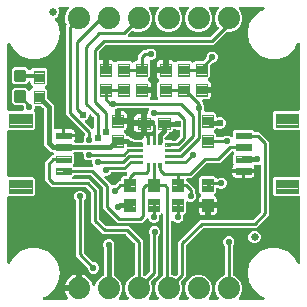
<source format=gtl>
G04 EAGLE Gerber RS-274X export*
G75*
%MOMM*%
%FSLAX34Y34*%
%LPD*%
%INTop Copper*%
%IPPOS*%
%AMOC8*
5,1,8,0,0,1.08239X$1,22.5*%
G01*
%ADD10C,0.100000*%
%ADD11C,0.635000*%
%ADD12C,1.879600*%
%ADD13C,0.096000*%
%ADD14C,0.102000*%
%ADD15C,0.300000*%
%ADD16C,0.554000*%
%ADD17C,0.558800*%
%ADD18C,0.254000*%
%ADD19C,0.604000*%
%ADD20C,0.406400*%
%ADD21C,0.304800*%
%ADD22C,0.152400*%

G36*
X155660Y3066D02*
X155660Y3066D01*
X155798Y3079D01*
X155817Y3086D01*
X155837Y3089D01*
X155966Y3140D01*
X156097Y3187D01*
X156114Y3198D01*
X156133Y3206D01*
X156245Y3287D01*
X156360Y3365D01*
X156374Y3381D01*
X156390Y3392D01*
X156479Y3500D01*
X156571Y3604D01*
X156580Y3622D01*
X156593Y3637D01*
X156652Y3763D01*
X156715Y3887D01*
X156720Y3907D01*
X156728Y3925D01*
X156755Y4062D01*
X156785Y4197D01*
X156784Y4218D01*
X156788Y4237D01*
X156780Y4376D01*
X156775Y4515D01*
X156770Y4535D01*
X156768Y4555D01*
X156726Y4687D01*
X156687Y4821D01*
X156677Y4838D01*
X156670Y4857D01*
X156596Y4975D01*
X156525Y5095D01*
X156507Y5116D01*
X156500Y5126D01*
X156485Y5140D01*
X156419Y5215D01*
X155409Y6225D01*
X153669Y10426D01*
X153669Y14974D01*
X155409Y19175D01*
X158625Y22391D01*
X162826Y24131D01*
X167374Y24131D01*
X171575Y22391D01*
X174791Y19175D01*
X176531Y14974D01*
X176531Y10426D01*
X174791Y6225D01*
X173781Y5215D01*
X173696Y5106D01*
X173607Y4999D01*
X173598Y4980D01*
X173586Y4964D01*
X173531Y4837D01*
X173472Y4711D01*
X173468Y4691D01*
X173460Y4672D01*
X173438Y4534D01*
X173412Y4398D01*
X173413Y4378D01*
X173410Y4358D01*
X173423Y4219D01*
X173432Y4081D01*
X173438Y4062D01*
X173440Y4042D01*
X173487Y3910D01*
X173530Y3779D01*
X173540Y3761D01*
X173547Y3742D01*
X173625Y3627D01*
X173700Y3510D01*
X173714Y3496D01*
X173726Y3479D01*
X173830Y3387D01*
X173931Y3292D01*
X173949Y3282D01*
X173964Y3269D01*
X174088Y3206D01*
X174210Y3138D01*
X174229Y3133D01*
X174247Y3124D01*
X174383Y3094D01*
X174518Y3059D01*
X174546Y3057D01*
X174558Y3054D01*
X174578Y3055D01*
X174678Y3049D01*
X180922Y3049D01*
X181060Y3066D01*
X181198Y3079D01*
X181217Y3086D01*
X181237Y3089D01*
X181366Y3140D01*
X181497Y3187D01*
X181514Y3198D01*
X181533Y3206D01*
X181645Y3287D01*
X181760Y3365D01*
X181774Y3381D01*
X181790Y3392D01*
X181879Y3500D01*
X181971Y3604D01*
X181980Y3622D01*
X181993Y3637D01*
X182052Y3763D01*
X182115Y3887D01*
X182120Y3907D01*
X182128Y3925D01*
X182155Y4062D01*
X182185Y4197D01*
X182184Y4218D01*
X182188Y4237D01*
X182180Y4376D01*
X182175Y4515D01*
X182170Y4535D01*
X182168Y4555D01*
X182126Y4687D01*
X182087Y4821D01*
X182077Y4838D01*
X182070Y4857D01*
X181996Y4975D01*
X181925Y5095D01*
X181907Y5116D01*
X181900Y5126D01*
X181885Y5140D01*
X181819Y5215D01*
X180809Y6225D01*
X179069Y10426D01*
X179069Y14974D01*
X180809Y19175D01*
X184025Y22391D01*
X186414Y23380D01*
X186439Y23395D01*
X186467Y23404D01*
X186577Y23473D01*
X186690Y23537D01*
X186711Y23558D01*
X186736Y23574D01*
X186825Y23668D01*
X186918Y23759D01*
X186934Y23784D01*
X186954Y23805D01*
X187017Y23919D01*
X187085Y24030D01*
X187093Y24058D01*
X187108Y24084D01*
X187140Y24210D01*
X187178Y24334D01*
X187180Y24363D01*
X187187Y24392D01*
X187197Y24553D01*
X187197Y48055D01*
X187185Y48153D01*
X187182Y48252D01*
X187165Y48310D01*
X187157Y48370D01*
X187121Y48463D01*
X187093Y48558D01*
X187063Y48610D01*
X187040Y48666D01*
X186982Y48746D01*
X186932Y48832D01*
X186866Y48907D01*
X186854Y48923D01*
X186844Y48931D01*
X186826Y48952D01*
X186428Y49349D01*
X185697Y51115D01*
X185697Y53025D01*
X186428Y54791D01*
X187779Y56142D01*
X189545Y56873D01*
X191455Y56873D01*
X193221Y56142D01*
X194572Y54791D01*
X195303Y53025D01*
X195303Y51115D01*
X194572Y49349D01*
X194174Y48952D01*
X194114Y48874D01*
X194046Y48802D01*
X194017Y48749D01*
X193980Y48701D01*
X193940Y48610D01*
X193892Y48524D01*
X193877Y48465D01*
X193853Y48409D01*
X193838Y48311D01*
X193813Y48216D01*
X193807Y48116D01*
X193803Y48095D01*
X193805Y48083D01*
X193803Y48055D01*
X193803Y24553D01*
X193806Y24523D01*
X193804Y24494D01*
X193826Y24365D01*
X193843Y24237D01*
X193853Y24210D01*
X193858Y24181D01*
X193912Y24062D01*
X193960Y23941D01*
X193977Y23917D01*
X193989Y23891D01*
X194070Y23789D01*
X194146Y23684D01*
X194169Y23665D01*
X194188Y23642D01*
X194291Y23564D01*
X194391Y23481D01*
X194418Y23469D01*
X194442Y23451D01*
X194586Y23380D01*
X196975Y22391D01*
X200191Y19175D01*
X201931Y14974D01*
X201931Y10426D01*
X200191Y6225D01*
X199181Y5215D01*
X199096Y5106D01*
X199007Y4999D01*
X198998Y4980D01*
X198986Y4964D01*
X198931Y4837D01*
X198872Y4711D01*
X198868Y4691D01*
X198860Y4672D01*
X198838Y4534D01*
X198812Y4398D01*
X198813Y4378D01*
X198810Y4358D01*
X198823Y4219D01*
X198832Y4081D01*
X198838Y4062D01*
X198840Y4042D01*
X198887Y3910D01*
X198930Y3779D01*
X198940Y3761D01*
X198947Y3742D01*
X199025Y3627D01*
X199100Y3510D01*
X199114Y3496D01*
X199126Y3479D01*
X199230Y3387D01*
X199331Y3292D01*
X199349Y3282D01*
X199364Y3269D01*
X199488Y3206D01*
X199610Y3138D01*
X199629Y3133D01*
X199647Y3124D01*
X199783Y3094D01*
X199918Y3059D01*
X199946Y3057D01*
X199958Y3054D01*
X199978Y3055D01*
X200078Y3049D01*
X219684Y3049D01*
X219781Y3061D01*
X219878Y3064D01*
X219938Y3081D01*
X220000Y3089D01*
X220090Y3124D01*
X220184Y3151D01*
X220238Y3183D01*
X220296Y3206D01*
X220374Y3263D01*
X220458Y3312D01*
X220502Y3356D01*
X220553Y3392D01*
X220615Y3468D01*
X220684Y3536D01*
X220716Y3589D01*
X220756Y3637D01*
X220797Y3725D01*
X220847Y3809D01*
X220865Y3869D01*
X220891Y3925D01*
X220909Y4021D01*
X220937Y4114D01*
X220939Y4176D01*
X220951Y4237D01*
X220945Y4335D01*
X220948Y4432D01*
X220935Y4493D01*
X220931Y4555D01*
X220901Y4648D01*
X220880Y4743D01*
X220852Y4798D01*
X220833Y4857D01*
X220781Y4940D01*
X220737Y5027D01*
X220696Y5073D01*
X220663Y5126D01*
X220592Y5193D01*
X220528Y5266D01*
X220477Y5301D01*
X220431Y5344D01*
X220346Y5391D01*
X220266Y5446D01*
X220170Y5488D01*
X220153Y5498D01*
X220142Y5500D01*
X220118Y5511D01*
X217638Y6413D01*
X211805Y11308D01*
X207998Y17902D01*
X206676Y25400D01*
X207998Y32898D01*
X211805Y39492D01*
X217638Y44387D01*
X224793Y46991D01*
X232407Y46991D01*
X239562Y44387D01*
X245395Y39492D01*
X248583Y33970D01*
X248671Y33854D01*
X248756Y33736D01*
X248767Y33728D01*
X248775Y33717D01*
X248889Y33627D01*
X249001Y33533D01*
X249014Y33528D01*
X249024Y33519D01*
X249158Y33460D01*
X249289Y33398D01*
X249302Y33395D01*
X249315Y33390D01*
X249459Y33365D01*
X249602Y33338D01*
X249615Y33339D01*
X249628Y33337D01*
X249774Y33349D01*
X249919Y33358D01*
X249932Y33362D01*
X249945Y33363D01*
X250083Y33411D01*
X250221Y33456D01*
X250233Y33463D01*
X250246Y33468D01*
X250367Y33548D01*
X250490Y33626D01*
X250499Y33636D01*
X250511Y33643D01*
X250608Y33751D01*
X250708Y33858D01*
X250715Y33870D01*
X250724Y33880D01*
X250791Y34008D01*
X250862Y34136D01*
X250865Y34149D01*
X250871Y34161D01*
X250905Y34303D01*
X250941Y34444D01*
X250942Y34462D01*
X250944Y34471D01*
X250944Y34488D01*
X250951Y34605D01*
X250951Y89698D01*
X250936Y89816D01*
X250929Y89935D01*
X250916Y89973D01*
X250911Y90014D01*
X250868Y90124D01*
X250831Y90237D01*
X250809Y90272D01*
X250794Y90309D01*
X250725Y90405D01*
X250661Y90506D01*
X250631Y90534D01*
X250608Y90567D01*
X250516Y90643D01*
X250429Y90724D01*
X250394Y90744D01*
X250363Y90769D01*
X250255Y90820D01*
X250151Y90878D01*
X250111Y90888D01*
X250075Y90905D01*
X249958Y90927D01*
X249843Y90957D01*
X249783Y90961D01*
X249763Y90965D01*
X249742Y90963D01*
X249682Y90967D01*
X229135Y90967D01*
X227663Y92439D01*
X227663Y105561D01*
X229135Y107033D01*
X249682Y107033D01*
X249800Y107048D01*
X249919Y107055D01*
X249957Y107068D01*
X249998Y107073D01*
X250108Y107116D01*
X250221Y107153D01*
X250256Y107175D01*
X250293Y107190D01*
X250389Y107259D01*
X250490Y107323D01*
X250518Y107353D01*
X250551Y107376D01*
X250627Y107468D01*
X250708Y107555D01*
X250728Y107590D01*
X250753Y107621D01*
X250804Y107729D01*
X250862Y107833D01*
X250872Y107873D01*
X250889Y107909D01*
X250911Y108026D01*
X250941Y108141D01*
X250945Y108201D01*
X250949Y108221D01*
X250947Y108242D01*
X250951Y108302D01*
X250951Y145698D01*
X250936Y145816D01*
X250929Y145935D01*
X250916Y145973D01*
X250911Y146014D01*
X250868Y146124D01*
X250831Y146237D01*
X250809Y146272D01*
X250794Y146309D01*
X250725Y146405D01*
X250661Y146506D01*
X250631Y146534D01*
X250608Y146567D01*
X250516Y146643D01*
X250429Y146724D01*
X250394Y146744D01*
X250363Y146769D01*
X250255Y146820D01*
X250151Y146878D01*
X250111Y146888D01*
X250075Y146905D01*
X249958Y146927D01*
X249843Y146957D01*
X249783Y146961D01*
X249763Y146965D01*
X249742Y146963D01*
X249682Y146967D01*
X229135Y146967D01*
X227663Y148439D01*
X227663Y161561D01*
X229135Y163033D01*
X249682Y163033D01*
X249800Y163048D01*
X249919Y163055D01*
X249957Y163068D01*
X249998Y163073D01*
X250108Y163116D01*
X250221Y163153D01*
X250256Y163175D01*
X250293Y163190D01*
X250389Y163259D01*
X250490Y163323D01*
X250518Y163353D01*
X250551Y163376D01*
X250627Y163468D01*
X250708Y163555D01*
X250728Y163590D01*
X250753Y163621D01*
X250804Y163729D01*
X250862Y163833D01*
X250872Y163873D01*
X250889Y163909D01*
X250911Y164026D01*
X250941Y164141D01*
X250945Y164201D01*
X250949Y164221D01*
X250947Y164242D01*
X250951Y164302D01*
X250951Y219395D01*
X250933Y219540D01*
X250918Y219685D01*
X250913Y219697D01*
X250911Y219711D01*
X250858Y219846D01*
X250807Y219983D01*
X250799Y219994D01*
X250794Y220006D01*
X250709Y220124D01*
X250626Y220244D01*
X250615Y220253D01*
X250608Y220264D01*
X250496Y220357D01*
X250385Y220452D01*
X250373Y220458D01*
X250363Y220467D01*
X250231Y220528D01*
X250100Y220594D01*
X250087Y220596D01*
X250075Y220602D01*
X249933Y220629D01*
X249789Y220660D01*
X249776Y220659D01*
X249763Y220662D01*
X249618Y220653D01*
X249472Y220647D01*
X249459Y220643D01*
X249445Y220642D01*
X249307Y220597D01*
X249167Y220555D01*
X249155Y220548D01*
X249143Y220544D01*
X249020Y220466D01*
X248895Y220391D01*
X248885Y220381D01*
X248874Y220374D01*
X248774Y220268D01*
X248672Y220164D01*
X248662Y220149D01*
X248656Y220142D01*
X248648Y220127D01*
X248583Y220030D01*
X245395Y214508D01*
X239562Y209613D01*
X232407Y207009D01*
X224793Y207009D01*
X217638Y209613D01*
X211805Y214508D01*
X207998Y221102D01*
X206676Y228600D01*
X207998Y236098D01*
X211805Y242692D01*
X217638Y247587D01*
X220118Y248489D01*
X220205Y248534D01*
X220296Y248570D01*
X220346Y248606D01*
X220401Y248635D01*
X220474Y248699D01*
X220553Y248756D01*
X220593Y248804D01*
X220639Y248846D01*
X220694Y248926D01*
X220756Y249001D01*
X220782Y249058D01*
X220817Y249109D01*
X220850Y249201D01*
X220891Y249289D01*
X220903Y249350D01*
X220924Y249409D01*
X220933Y249506D01*
X220951Y249602D01*
X220947Y249664D01*
X220953Y249726D01*
X220937Y249822D01*
X220931Y249919D01*
X220912Y249978D01*
X220902Y250040D01*
X220863Y250129D01*
X220833Y250221D01*
X220800Y250274D01*
X220775Y250331D01*
X220715Y250408D01*
X220663Y250490D01*
X220618Y250533D01*
X220579Y250582D01*
X220502Y250641D01*
X220431Y250708D01*
X220377Y250738D01*
X220328Y250776D01*
X220238Y250815D01*
X220153Y250862D01*
X220093Y250877D01*
X220035Y250902D01*
X219939Y250917D01*
X219845Y250941D01*
X219741Y250948D01*
X219721Y250951D01*
X219710Y250950D01*
X219684Y250951D01*
X200078Y250951D01*
X199940Y250934D01*
X199802Y250921D01*
X199783Y250914D01*
X199763Y250911D01*
X199634Y250860D01*
X199503Y250813D01*
X199486Y250802D01*
X199467Y250794D01*
X199355Y250713D01*
X199240Y250635D01*
X199226Y250619D01*
X199210Y250608D01*
X199121Y250500D01*
X199029Y250396D01*
X199020Y250378D01*
X199007Y250363D01*
X198948Y250237D01*
X198885Y250113D01*
X198880Y250093D01*
X198872Y250075D01*
X198845Y249938D01*
X198815Y249803D01*
X198816Y249782D01*
X198812Y249763D01*
X198820Y249624D01*
X198825Y249485D01*
X198830Y249465D01*
X198832Y249445D01*
X198874Y249313D01*
X198913Y249179D01*
X198923Y249162D01*
X198930Y249143D01*
X199004Y249025D01*
X199075Y248905D01*
X199093Y248884D01*
X199100Y248874D01*
X199115Y248860D01*
X199181Y248785D01*
X200191Y247775D01*
X201931Y243574D01*
X201931Y239026D01*
X200191Y234825D01*
X196975Y231609D01*
X192774Y229869D01*
X189346Y229869D01*
X189248Y229857D01*
X189149Y229854D01*
X189090Y229837D01*
X189030Y229829D01*
X188938Y229793D01*
X188843Y229765D01*
X188791Y229735D01*
X188735Y229712D01*
X188655Y229654D01*
X188569Y229604D01*
X188494Y229538D01*
X188477Y229526D01*
X188469Y229516D01*
X188448Y229498D01*
X177898Y218947D01*
X86984Y218947D01*
X86886Y218935D01*
X86787Y218932D01*
X86728Y218915D01*
X86668Y218907D01*
X86576Y218871D01*
X86481Y218843D01*
X86429Y218813D01*
X86373Y218790D01*
X86293Y218732D01*
X86207Y218682D01*
X86132Y218616D01*
X86115Y218604D01*
X86107Y218594D01*
X86086Y218576D01*
X80664Y213154D01*
X80604Y213075D01*
X80536Y213003D01*
X80507Y212950D01*
X80470Y212902D01*
X80430Y212811D01*
X80382Y212725D01*
X80367Y212666D01*
X80343Y212611D01*
X80328Y212513D01*
X80303Y212417D01*
X80297Y212317D01*
X80293Y212296D01*
X80295Y212284D01*
X80293Y212256D01*
X80293Y207040D01*
X80308Y206922D01*
X80315Y206803D01*
X80328Y206765D01*
X80333Y206724D01*
X80376Y206614D01*
X80413Y206501D01*
X80435Y206466D01*
X80450Y206429D01*
X80519Y206333D01*
X80583Y206232D01*
X80613Y206204D01*
X80636Y206171D01*
X80728Y206095D01*
X80815Y206014D01*
X80850Y205994D01*
X80881Y205969D01*
X80989Y205918D01*
X81093Y205860D01*
X81133Y205850D01*
X81169Y205833D01*
X81286Y205811D01*
X81401Y205781D01*
X81461Y205777D01*
X81481Y205773D01*
X81502Y205775D01*
X81562Y205771D01*
X83861Y205771D01*
X83861Y198960D01*
X83876Y198842D01*
X83883Y198723D01*
X83895Y198685D01*
X83901Y198645D01*
X83944Y198534D01*
X83981Y198421D01*
X84003Y198387D01*
X84018Y198349D01*
X84087Y198253D01*
X84151Y198152D01*
X84181Y198124D01*
X84204Y198092D01*
X84296Y198016D01*
X84383Y197934D01*
X84418Y197915D01*
X84449Y197889D01*
X84557Y197838D01*
X84661Y197781D01*
X84701Y197771D01*
X84737Y197753D01*
X84854Y197731D01*
X84969Y197701D01*
X85029Y197697D01*
X85049Y197694D01*
X85070Y197695D01*
X85130Y197691D01*
X87590Y197691D01*
X87708Y197706D01*
X87827Y197713D01*
X87865Y197726D01*
X87906Y197731D01*
X88016Y197775D01*
X88129Y197811D01*
X88164Y197833D01*
X88201Y197848D01*
X88297Y197918D01*
X88398Y197981D01*
X88426Y198011D01*
X88459Y198035D01*
X88535Y198126D01*
X88616Y198213D01*
X88636Y198248D01*
X88661Y198280D01*
X88712Y198387D01*
X88770Y198492D01*
X88780Y198531D01*
X88797Y198567D01*
X88819Y198684D01*
X88849Y198800D01*
X88853Y198860D01*
X88857Y198880D01*
X88855Y198900D01*
X88859Y198960D01*
X88859Y205771D01*
X91260Y205771D01*
X92034Y205564D01*
X92727Y205163D01*
X93352Y204539D01*
X93378Y204499D01*
X93404Y204477D01*
X93424Y204450D01*
X93522Y204372D01*
X93617Y204289D01*
X93647Y204273D01*
X93673Y204253D01*
X93788Y204201D01*
X93900Y204144D01*
X93933Y204137D01*
X93963Y204123D01*
X94088Y204102D01*
X94210Y204074D01*
X94244Y204075D01*
X94277Y204070D01*
X94402Y204080D01*
X94528Y204084D01*
X94561Y204093D01*
X94594Y204096D01*
X94712Y204137D01*
X94834Y204172D01*
X94863Y204189D01*
X94894Y204200D01*
X94999Y204270D01*
X95108Y204334D01*
X95144Y204366D01*
X95159Y204376D01*
X95174Y204392D01*
X95229Y204440D01*
X96051Y205263D01*
X107149Y205263D01*
X108322Y204089D01*
X108417Y204016D01*
X108506Y203938D01*
X108542Y203919D01*
X108574Y203894D01*
X108683Y203847D01*
X108789Y203793D01*
X108828Y203784D01*
X108866Y203768D01*
X108983Y203749D01*
X109099Y203723D01*
X109140Y203725D01*
X109180Y203718D01*
X109298Y203729D01*
X109417Y203733D01*
X109456Y203744D01*
X109496Y203748D01*
X109609Y203788D01*
X109723Y203821D01*
X109757Y203842D01*
X109796Y203856D01*
X109894Y203922D01*
X109997Y203983D01*
X110042Y204023D01*
X110059Y204034D01*
X110072Y204049D01*
X110117Y204089D01*
X111291Y205263D01*
X112268Y205263D01*
X112386Y205278D01*
X112505Y205285D01*
X112543Y205298D01*
X112584Y205303D01*
X112694Y205346D01*
X112807Y205383D01*
X112842Y205405D01*
X112879Y205420D01*
X112975Y205489D01*
X113076Y205553D01*
X113104Y205583D01*
X113137Y205606D01*
X113213Y205698D01*
X113294Y205785D01*
X113314Y205820D01*
X113339Y205851D01*
X113390Y205959D01*
X113448Y206063D01*
X113458Y206103D01*
X113475Y206139D01*
X113497Y206256D01*
X113527Y206371D01*
X113531Y206431D01*
X113535Y206451D01*
X113533Y206472D01*
X113537Y206532D01*
X113537Y209648D01*
X118012Y214123D01*
X120411Y214123D01*
X120509Y214135D01*
X120608Y214138D01*
X120666Y214155D01*
X120726Y214163D01*
X120819Y214199D01*
X120914Y214227D01*
X120966Y214257D01*
X121022Y214280D01*
X121102Y214338D01*
X121188Y214388D01*
X121263Y214454D01*
X121280Y214466D01*
X121287Y214476D01*
X121308Y214494D01*
X121726Y214912D01*
X123500Y215647D01*
X125420Y215647D01*
X127194Y214912D01*
X128552Y213554D01*
X129287Y211780D01*
X129287Y209860D01*
X128552Y208086D01*
X127194Y206728D01*
X125420Y205993D01*
X124723Y205993D01*
X124585Y205976D01*
X124446Y205963D01*
X124427Y205956D01*
X124407Y205953D01*
X124278Y205902D01*
X124147Y205855D01*
X124130Y205844D01*
X124112Y205836D01*
X123999Y205755D01*
X123884Y205677D01*
X123871Y205661D01*
X123854Y205650D01*
X123766Y205543D01*
X123673Y205438D01*
X123664Y205420D01*
X123651Y205405D01*
X123592Y205279D01*
X123529Y205155D01*
X123524Y205135D01*
X123516Y205117D01*
X123490Y204981D01*
X123459Y204845D01*
X123460Y204824D01*
X123456Y204805D01*
X123465Y204666D01*
X123469Y204527D01*
X123475Y204507D01*
X123476Y204487D01*
X123519Y204355D01*
X123557Y204221D01*
X123568Y204204D01*
X123574Y204185D01*
X123648Y204067D01*
X123719Y203947D01*
X123737Y203926D01*
X123744Y203916D01*
X123759Y203902D01*
X123825Y203826D01*
X123873Y203779D01*
X123873Y191681D01*
X122569Y190377D01*
X122491Y190277D01*
X122409Y190182D01*
X122394Y190152D01*
X122374Y190125D01*
X122324Y190010D01*
X122268Y189898D01*
X122261Y189865D01*
X122247Y189834D01*
X122228Y189709D01*
X122201Y189587D01*
X122203Y189553D01*
X122197Y189520D01*
X122209Y189394D01*
X122214Y189269D01*
X122224Y189236D01*
X122227Y189203D01*
X122270Y189085D01*
X122306Y188964D01*
X122323Y188935D01*
X122335Y188904D01*
X122405Y188800D01*
X122470Y188692D01*
X122494Y188668D01*
X122513Y188641D01*
X122608Y188557D01*
X122697Y188469D01*
X122738Y188442D01*
X122752Y188430D01*
X122771Y188420D01*
X122831Y188380D01*
X123207Y188163D01*
X123773Y187597D01*
X124174Y186904D01*
X124381Y186130D01*
X124381Y183229D01*
X118070Y183229D01*
X117952Y183214D01*
X117833Y183207D01*
X117795Y183194D01*
X117755Y183189D01*
X117644Y183146D01*
X117531Y183109D01*
X117497Y183087D01*
X117459Y183072D01*
X117363Y183003D01*
X117262Y182939D01*
X117234Y182909D01*
X117202Y182886D01*
X117126Y182794D01*
X117044Y182707D01*
X117025Y182672D01*
X116999Y182641D01*
X116948Y182533D01*
X116891Y182429D01*
X116881Y182389D01*
X116863Y182353D01*
X116841Y182236D01*
X116811Y182121D01*
X116807Y182061D01*
X116804Y182041D01*
X116805Y182020D01*
X116801Y181960D01*
X116801Y179500D01*
X116816Y179382D01*
X116823Y179263D01*
X116836Y179225D01*
X116841Y179184D01*
X116885Y179074D01*
X116921Y178961D01*
X116943Y178926D01*
X116958Y178889D01*
X117028Y178792D01*
X117091Y178692D01*
X117121Y178664D01*
X117145Y178631D01*
X117236Y178555D01*
X117323Y178474D01*
X117358Y178454D01*
X117390Y178429D01*
X117497Y178378D01*
X117602Y178320D01*
X117641Y178310D01*
X117677Y178293D01*
X117794Y178271D01*
X117910Y178241D01*
X117970Y178237D01*
X117990Y178233D01*
X118010Y178235D01*
X118070Y178231D01*
X124381Y178231D01*
X124381Y175330D01*
X124174Y174556D01*
X123920Y174117D01*
X123868Y173994D01*
X123812Y173875D01*
X123807Y173848D01*
X123796Y173823D01*
X123777Y173692D01*
X123752Y173562D01*
X123754Y173536D01*
X123750Y173509D01*
X123764Y173377D01*
X123772Y173245D01*
X123780Y173219D01*
X123783Y173193D01*
X123829Y173068D01*
X123870Y172943D01*
X123884Y172920D01*
X123894Y172894D01*
X123969Y172786D01*
X124040Y172674D01*
X124060Y172655D01*
X124075Y172633D01*
X124175Y172547D01*
X124272Y172456D01*
X124295Y172443D01*
X124316Y172425D01*
X124434Y172366D01*
X124550Y172302D01*
X124576Y172296D01*
X124600Y172284D01*
X124730Y172256D01*
X124858Y172223D01*
X124896Y172221D01*
X124911Y172217D01*
X124933Y172218D01*
X125019Y172213D01*
X129531Y172213D01*
X129669Y172230D01*
X129808Y172243D01*
X129827Y172250D01*
X129847Y172253D01*
X129976Y172304D01*
X130107Y172351D01*
X130124Y172362D01*
X130142Y172370D01*
X130255Y172451D01*
X130370Y172529D01*
X130383Y172545D01*
X130400Y172556D01*
X130489Y172664D01*
X130580Y172768D01*
X130590Y172786D01*
X130603Y172801D01*
X130662Y172927D01*
X130725Y173051D01*
X130730Y173071D01*
X130738Y173089D01*
X130764Y173226D01*
X130795Y173361D01*
X130794Y173382D01*
X130798Y173401D01*
X130789Y173540D01*
X130785Y173679D01*
X130779Y173699D01*
X130778Y173719D01*
X130735Y173851D01*
X130697Y173985D01*
X130686Y174002D01*
X130680Y174021D01*
X130606Y174139D01*
X130535Y174259D01*
X130517Y174280D01*
X130510Y174290D01*
X130495Y174304D01*
X130429Y174380D01*
X130127Y174681D01*
X130127Y186779D01*
X131431Y188083D01*
X131509Y188183D01*
X131591Y188278D01*
X131606Y188308D01*
X131626Y188335D01*
X131676Y188450D01*
X131732Y188562D01*
X131739Y188595D01*
X131753Y188626D01*
X131772Y188751D01*
X131799Y188873D01*
X131797Y188907D01*
X131803Y188940D01*
X131791Y189066D01*
X131786Y189191D01*
X131776Y189224D01*
X131773Y189257D01*
X131730Y189375D01*
X131694Y189496D01*
X131677Y189525D01*
X131665Y189556D01*
X131595Y189660D01*
X131530Y189768D01*
X131506Y189792D01*
X131487Y189819D01*
X131392Y189903D01*
X131303Y189991D01*
X131262Y190018D01*
X131248Y190030D01*
X131229Y190040D01*
X131169Y190080D01*
X130793Y190297D01*
X130227Y190863D01*
X129826Y191556D01*
X129619Y192330D01*
X129619Y195231D01*
X135930Y195231D01*
X136048Y195246D01*
X136167Y195253D01*
X136205Y195265D01*
X136245Y195271D01*
X136356Y195314D01*
X136469Y195351D01*
X136503Y195373D01*
X136541Y195388D01*
X136637Y195457D01*
X136738Y195521D01*
X136766Y195551D01*
X136798Y195574D01*
X136874Y195666D01*
X136956Y195753D01*
X136975Y195788D01*
X137001Y195819D01*
X137052Y195927D01*
X137109Y196031D01*
X137119Y196071D01*
X137137Y196107D01*
X137159Y196224D01*
X137189Y196339D01*
X137193Y196399D01*
X137196Y196419D01*
X137195Y196440D01*
X137199Y196500D01*
X137199Y197691D01*
X138390Y197691D01*
X138508Y197706D01*
X138627Y197713D01*
X138665Y197726D01*
X138706Y197731D01*
X138816Y197775D01*
X138929Y197811D01*
X138964Y197833D01*
X139001Y197848D01*
X139097Y197918D01*
X139198Y197981D01*
X139226Y198011D01*
X139259Y198035D01*
X139335Y198126D01*
X139416Y198213D01*
X139436Y198248D01*
X139461Y198280D01*
X139512Y198387D01*
X139570Y198492D01*
X139580Y198531D01*
X139597Y198567D01*
X139619Y198684D01*
X139649Y198800D01*
X139653Y198860D01*
X139657Y198880D01*
X139655Y198900D01*
X139659Y198960D01*
X139659Y205771D01*
X142060Y205771D01*
X142834Y205564D01*
X143527Y205163D01*
X144152Y204539D01*
X144178Y204499D01*
X144204Y204477D01*
X144224Y204450D01*
X144322Y204372D01*
X144417Y204289D01*
X144447Y204273D01*
X144473Y204253D01*
X144588Y204201D01*
X144700Y204144D01*
X144733Y204137D01*
X144763Y204123D01*
X144888Y204102D01*
X145010Y204074D01*
X145044Y204075D01*
X145077Y204070D01*
X145202Y204080D01*
X145328Y204084D01*
X145361Y204093D01*
X145394Y204096D01*
X145512Y204137D01*
X145634Y204172D01*
X145663Y204189D01*
X145694Y204200D01*
X145799Y204270D01*
X145908Y204334D01*
X145944Y204366D01*
X145959Y204376D01*
X145974Y204392D01*
X146029Y204440D01*
X146851Y205263D01*
X157949Y205263D01*
X159122Y204089D01*
X159217Y204016D01*
X159306Y203938D01*
X159342Y203919D01*
X159374Y203894D01*
X159483Y203847D01*
X159589Y203793D01*
X159628Y203784D01*
X159666Y203768D01*
X159783Y203749D01*
X159899Y203723D01*
X159940Y203725D01*
X159980Y203718D01*
X160098Y203729D01*
X160217Y203733D01*
X160256Y203744D01*
X160296Y203748D01*
X160409Y203788D01*
X160523Y203821D01*
X160557Y203842D01*
X160596Y203856D01*
X160694Y203922D01*
X160797Y203983D01*
X160842Y204023D01*
X160859Y204034D01*
X160872Y204049D01*
X160917Y204089D01*
X162091Y205263D01*
X168316Y205263D01*
X168414Y205275D01*
X168513Y205278D01*
X168572Y205295D01*
X168632Y205303D01*
X168724Y205339D01*
X168819Y205367D01*
X168871Y205397D01*
X168927Y205420D01*
X169008Y205478D01*
X169093Y205528D01*
X169168Y205594D01*
X169185Y205606D01*
X169193Y205616D01*
X169214Y205634D01*
X171332Y207752D01*
X171392Y207831D01*
X171460Y207903D01*
X171489Y207956D01*
X171526Y208004D01*
X171566Y208095D01*
X171614Y208181D01*
X171629Y208240D01*
X171653Y208295D01*
X171668Y208393D01*
X171693Y208489D01*
X171699Y208575D01*
X171701Y208587D01*
X171700Y208594D01*
X171703Y208610D01*
X171701Y208622D01*
X171703Y208650D01*
X171703Y209240D01*
X172438Y211014D01*
X173796Y212372D01*
X175570Y213107D01*
X177490Y213107D01*
X179264Y212372D01*
X180622Y211014D01*
X181357Y209240D01*
X181357Y207320D01*
X180622Y205546D01*
X179264Y204188D01*
X177490Y203453D01*
X176900Y203453D01*
X176802Y203441D01*
X176703Y203438D01*
X176644Y203421D01*
X176584Y203413D01*
X176492Y203377D01*
X176397Y203349D01*
X176345Y203319D01*
X176289Y203296D01*
X176209Y203238D01*
X176123Y203188D01*
X176048Y203122D01*
X176031Y203110D01*
X176023Y203100D01*
X176002Y203082D01*
X175045Y202124D01*
X174984Y202046D01*
X174916Y201973D01*
X174887Y201920D01*
X174850Y201872D01*
X174810Y201782D01*
X174762Y201695D01*
X174747Y201636D01*
X174723Y201581D01*
X174708Y201483D01*
X174683Y201387D01*
X174677Y201287D01*
X174673Y201267D01*
X174675Y201254D01*
X174673Y201226D01*
X174673Y191681D01*
X173369Y190377D01*
X173291Y190277D01*
X173209Y190182D01*
X173194Y190152D01*
X173174Y190125D01*
X173124Y190010D01*
X173068Y189898D01*
X173061Y189865D01*
X173047Y189834D01*
X173028Y189709D01*
X173001Y189587D01*
X173003Y189553D01*
X172997Y189520D01*
X173009Y189394D01*
X173014Y189269D01*
X173024Y189236D01*
X173027Y189203D01*
X173070Y189085D01*
X173106Y188964D01*
X173123Y188935D01*
X173135Y188904D01*
X173205Y188800D01*
X173270Y188692D01*
X173294Y188668D01*
X173313Y188641D01*
X173408Y188557D01*
X173497Y188469D01*
X173538Y188442D01*
X173552Y188430D01*
X173571Y188420D01*
X173631Y188380D01*
X174007Y188163D01*
X174573Y187597D01*
X174974Y186904D01*
X175181Y186130D01*
X175181Y183229D01*
X168870Y183229D01*
X168752Y183214D01*
X168633Y183207D01*
X168595Y183194D01*
X168555Y183189D01*
X168444Y183146D01*
X168331Y183109D01*
X168297Y183087D01*
X168259Y183072D01*
X168163Y183003D01*
X168062Y182939D01*
X168034Y182909D01*
X168002Y182886D01*
X167926Y182794D01*
X167844Y182707D01*
X167825Y182672D01*
X167799Y182641D01*
X167748Y182533D01*
X167691Y182429D01*
X167681Y182389D01*
X167663Y182353D01*
X167641Y182236D01*
X167611Y182121D01*
X167607Y182061D01*
X167604Y182041D01*
X167605Y182020D01*
X167601Y181960D01*
X167601Y179500D01*
X167616Y179382D01*
X167623Y179263D01*
X167636Y179225D01*
X167641Y179184D01*
X167685Y179074D01*
X167721Y178961D01*
X167743Y178926D01*
X167758Y178889D01*
X167828Y178792D01*
X167891Y178692D01*
X167921Y178664D01*
X167945Y178631D01*
X168036Y178555D01*
X168123Y178474D01*
X168158Y178454D01*
X168190Y178429D01*
X168297Y178378D01*
X168402Y178320D01*
X168441Y178310D01*
X168477Y178293D01*
X168594Y178271D01*
X168710Y178241D01*
X168770Y178237D01*
X168790Y178233D01*
X168810Y178235D01*
X168870Y178231D01*
X175181Y178231D01*
X175181Y175330D01*
X174974Y174556D01*
X174573Y173863D01*
X174007Y173297D01*
X173314Y172896D01*
X172540Y172689D01*
X169056Y172689D01*
X168918Y172672D01*
X168779Y172659D01*
X168760Y172652D01*
X168740Y172649D01*
X168611Y172598D01*
X168480Y172551D01*
X168463Y172540D01*
X168445Y172532D01*
X168332Y172451D01*
X168217Y172373D01*
X168204Y172357D01*
X168187Y172346D01*
X168098Y172238D01*
X168006Y172134D01*
X167997Y172116D01*
X167984Y172101D01*
X167925Y171975D01*
X167862Y171851D01*
X167857Y171831D01*
X167849Y171813D01*
X167823Y171677D01*
X167792Y171541D01*
X167793Y171520D01*
X167789Y171501D01*
X167798Y171362D01*
X167802Y171223D01*
X167808Y171203D01*
X167809Y171183D01*
X167852Y171051D01*
X167890Y170917D01*
X167901Y170900D01*
X167907Y170881D01*
X167981Y170763D01*
X168052Y170643D01*
X168070Y170622D01*
X168077Y170612D01*
X168092Y170598D01*
X168158Y170522D01*
X168403Y170278D01*
X168403Y169149D01*
X168415Y169051D01*
X168418Y168952D01*
X168435Y168894D01*
X168443Y168833D01*
X168479Y168741D01*
X168507Y168646D01*
X168537Y168594D01*
X168560Y168538D01*
X168618Y168458D01*
X168668Y168372D01*
X168734Y168297D01*
X168746Y168280D01*
X168756Y168273D01*
X168775Y168251D01*
X169192Y167834D01*
X169927Y166060D01*
X169927Y164140D01*
X169802Y163838D01*
X169788Y163790D01*
X169767Y163745D01*
X169747Y163637D01*
X169718Y163531D01*
X169717Y163481D01*
X169707Y163432D01*
X169714Y163323D01*
X169713Y163213D01*
X169724Y163165D01*
X169727Y163115D01*
X169761Y163011D01*
X169787Y162904D01*
X169810Y162860D01*
X169825Y162813D01*
X169884Y162720D01*
X169935Y162623D01*
X169969Y162586D01*
X169995Y162544D01*
X170075Y162469D01*
X170149Y162387D01*
X170191Y162360D01*
X170227Y162326D01*
X170323Y162273D01*
X170415Y162213D01*
X170462Y162196D01*
X170506Y162172D01*
X170612Y162145D01*
X170716Y162109D01*
X170765Y162105D01*
X170813Y162093D01*
X170974Y162083D01*
X178269Y162083D01*
X179753Y160599D01*
X179753Y158473D01*
X179759Y158424D01*
X179757Y158374D01*
X179779Y158267D01*
X179793Y158158D01*
X179811Y158111D01*
X179821Y158063D01*
X179869Y157964D01*
X179910Y157862D01*
X179939Y157822D01*
X179961Y157777D01*
X180032Y157694D01*
X180096Y157605D01*
X180135Y157573D01*
X180167Y157535D01*
X180257Y157472D01*
X180341Y157402D01*
X180386Y157381D01*
X180427Y157352D01*
X180530Y157313D01*
X180629Y157266D01*
X180678Y157257D01*
X180724Y157239D01*
X180834Y157227D01*
X180941Y157207D01*
X180991Y157210D01*
X181040Y157204D01*
X181149Y157219D01*
X181259Y157226D01*
X181306Y157242D01*
X181355Y157249D01*
X181508Y157301D01*
X181875Y157453D01*
X183885Y157453D01*
X185742Y156684D01*
X187164Y155262D01*
X187933Y153405D01*
X187933Y151395D01*
X187164Y149538D01*
X185742Y148116D01*
X183885Y147347D01*
X181875Y147347D01*
X180342Y147982D01*
X180314Y147990D01*
X180287Y148003D01*
X180161Y148032D01*
X180035Y148066D01*
X180006Y148067D01*
X179977Y148073D01*
X179847Y148069D01*
X179717Y148071D01*
X179689Y148064D01*
X179659Y148063D01*
X179534Y148027D01*
X179408Y147997D01*
X179382Y147983D01*
X179354Y147975D01*
X179242Y147909D01*
X179127Y147848D01*
X179105Y147828D01*
X179080Y147813D01*
X178959Y147707D01*
X178199Y146947D01*
X178126Y146854D01*
X178048Y146764D01*
X178029Y146728D01*
X178004Y146696D01*
X177957Y146587D01*
X177903Y146481D01*
X177894Y146441D01*
X177878Y146404D01*
X177859Y146287D01*
X177833Y146171D01*
X177835Y146130D01*
X177828Y146090D01*
X177839Y145972D01*
X177843Y145853D01*
X177854Y145814D01*
X177858Y145774D01*
X177898Y145662D01*
X177931Y145547D01*
X177952Y145512D01*
X177966Y145474D01*
X178032Y145376D01*
X178093Y145273D01*
X178133Y145228D01*
X178144Y145211D01*
X178159Y145198D01*
X178199Y145152D01*
X179753Y143599D01*
X179753Y141732D01*
X179768Y141614D01*
X179775Y141495D01*
X179788Y141457D01*
X179793Y141416D01*
X179836Y141306D01*
X179873Y141193D01*
X179895Y141158D01*
X179910Y141121D01*
X179979Y141025D01*
X180043Y140924D01*
X180073Y140896D01*
X180096Y140863D01*
X180188Y140787D01*
X180275Y140706D01*
X180310Y140686D01*
X180341Y140661D01*
X180449Y140610D01*
X180553Y140552D01*
X180593Y140542D01*
X180629Y140525D01*
X180746Y140503D01*
X180861Y140473D01*
X180921Y140469D01*
X180941Y140465D01*
X180962Y140467D01*
X181022Y140463D01*
X185181Y140463D01*
X185279Y140475D01*
X185378Y140478D01*
X185436Y140495D01*
X185496Y140503D01*
X185589Y140539D01*
X185684Y140567D01*
X185736Y140597D01*
X185792Y140620D01*
X185872Y140678D01*
X185958Y140728D01*
X186033Y140794D01*
X186050Y140806D01*
X186057Y140816D01*
X186078Y140834D01*
X186496Y141252D01*
X188270Y141987D01*
X190190Y141987D01*
X191964Y141252D01*
X191996Y141220D01*
X192106Y141134D01*
X192213Y141046D01*
X192232Y141037D01*
X192248Y141025D01*
X192376Y140969D01*
X192501Y140910D01*
X192521Y140906D01*
X192540Y140898D01*
X192677Y140876D01*
X192814Y140850D01*
X192834Y140852D01*
X192854Y140848D01*
X192992Y140861D01*
X193131Y140870D01*
X193150Y140876D01*
X193170Y140878D01*
X193301Y140925D01*
X193433Y140968D01*
X193451Y140979D01*
X193470Y140986D01*
X193584Y141064D01*
X193702Y141138D01*
X193716Y141153D01*
X193733Y141164D01*
X193825Y141269D01*
X193920Y141370D01*
X193930Y141388D01*
X193943Y141403D01*
X194006Y141526D01*
X194074Y141648D01*
X194079Y141668D01*
X194088Y141686D01*
X194118Y141822D01*
X194153Y141956D01*
X194155Y141984D01*
X194158Y141996D01*
X194157Y142017D01*
X194163Y142117D01*
X194163Y145543D01*
X195653Y147033D01*
X210239Y147033D01*
X211597Y145674D01*
X211676Y145614D01*
X211748Y145546D01*
X211801Y145517D01*
X211849Y145480D01*
X211940Y145440D01*
X212026Y145392D01*
X212085Y145377D01*
X212141Y145353D01*
X212239Y145338D01*
X212334Y145313D01*
X212434Y145307D01*
X212455Y145303D01*
X212467Y145305D01*
X212495Y145303D01*
X216238Y145303D01*
X224791Y136750D01*
X224791Y74832D01*
X213966Y64007D01*
X169534Y64007D01*
X169436Y63995D01*
X169337Y63992D01*
X169278Y63975D01*
X169218Y63967D01*
X169126Y63931D01*
X169031Y63903D01*
X168979Y63873D01*
X168923Y63850D01*
X168843Y63792D01*
X168757Y63742D01*
X168682Y63676D01*
X168665Y63664D01*
X168657Y63654D01*
X168636Y63636D01*
X154804Y49804D01*
X154744Y49725D01*
X154676Y49653D01*
X154647Y49600D01*
X154610Y49552D01*
X154570Y49461D01*
X154522Y49375D01*
X154507Y49316D01*
X154483Y49261D01*
X154468Y49163D01*
X154443Y49067D01*
X154437Y48967D01*
X154433Y48946D01*
X154435Y48934D01*
X154433Y48906D01*
X154433Y22762D01*
X152126Y20456D01*
X150416Y18746D01*
X150398Y18722D01*
X150376Y18703D01*
X150301Y18597D01*
X150221Y18494D01*
X150210Y18467D01*
X150193Y18443D01*
X150147Y18322D01*
X150095Y18203D01*
X150091Y18173D01*
X150080Y18146D01*
X150066Y18017D01*
X150045Y17888D01*
X150048Y17859D01*
X150045Y17830D01*
X150063Y17701D01*
X150075Y17572D01*
X150085Y17544D01*
X150089Y17515D01*
X150141Y17362D01*
X151131Y14974D01*
X151131Y10426D01*
X149391Y6225D01*
X148381Y5215D01*
X148296Y5106D01*
X148207Y4999D01*
X148198Y4980D01*
X148186Y4964D01*
X148131Y4837D01*
X148072Y4711D01*
X148068Y4691D01*
X148060Y4672D01*
X148038Y4534D01*
X148012Y4398D01*
X148013Y4378D01*
X148010Y4358D01*
X148023Y4219D01*
X148032Y4081D01*
X148038Y4062D01*
X148040Y4042D01*
X148087Y3910D01*
X148130Y3779D01*
X148140Y3761D01*
X148147Y3742D01*
X148225Y3627D01*
X148300Y3510D01*
X148314Y3496D01*
X148326Y3479D01*
X148430Y3387D01*
X148531Y3292D01*
X148549Y3282D01*
X148564Y3269D01*
X148688Y3206D01*
X148810Y3138D01*
X148829Y3133D01*
X148847Y3124D01*
X148983Y3094D01*
X149118Y3059D01*
X149146Y3057D01*
X149158Y3054D01*
X149178Y3055D01*
X149278Y3049D01*
X155522Y3049D01*
X155660Y3066D01*
G37*
G36*
X53303Y3054D02*
X53303Y3054D01*
X53343Y3051D01*
X53461Y3074D01*
X53579Y3089D01*
X53617Y3103D01*
X53656Y3111D01*
X53764Y3162D01*
X53875Y3206D01*
X53907Y3229D01*
X53943Y3246D01*
X54036Y3322D01*
X54133Y3392D01*
X54158Y3423D01*
X54189Y3448D01*
X54259Y3545D01*
X54335Y3637D01*
X54352Y3673D01*
X54376Y3706D01*
X54420Y3817D01*
X54471Y3925D01*
X54478Y3964D01*
X54493Y4001D01*
X54508Y4120D01*
X54531Y4237D01*
X54528Y4277D01*
X54533Y4317D01*
X54518Y4435D01*
X54511Y4555D01*
X54499Y4593D01*
X54494Y4632D01*
X54450Y4743D01*
X54413Y4857D01*
X54392Y4891D01*
X54377Y4928D01*
X54291Y5064D01*
X53289Y6443D01*
X52436Y8117D01*
X51855Y9904D01*
X51815Y10161D01*
X62230Y10161D01*
X62348Y10176D01*
X62467Y10183D01*
X62505Y10196D01*
X62545Y10201D01*
X62656Y10244D01*
X62769Y10281D01*
X62803Y10303D01*
X62841Y10318D01*
X62937Y10388D01*
X63038Y10451D01*
X63066Y10481D01*
X63098Y10504D01*
X63174Y10596D01*
X63256Y10683D01*
X63275Y10718D01*
X63301Y10749D01*
X63352Y10857D01*
X63409Y10961D01*
X63420Y11001D01*
X63437Y11037D01*
X63459Y11154D01*
X63489Y11269D01*
X63493Y11330D01*
X63497Y11350D01*
X63495Y11370D01*
X63499Y11430D01*
X63499Y12701D01*
X64770Y12701D01*
X64888Y12716D01*
X65007Y12723D01*
X65045Y12736D01*
X65085Y12741D01*
X65196Y12785D01*
X65309Y12821D01*
X65344Y12843D01*
X65381Y12858D01*
X65477Y12928D01*
X65578Y12991D01*
X65606Y13021D01*
X65639Y13045D01*
X65714Y13136D01*
X65796Y13223D01*
X65816Y13258D01*
X65841Y13290D01*
X65892Y13397D01*
X65950Y13502D01*
X65960Y13541D01*
X65977Y13577D01*
X65999Y13694D01*
X66029Y13809D01*
X66033Y13870D01*
X66037Y13890D01*
X66035Y13910D01*
X66039Y13970D01*
X66039Y24385D01*
X66296Y24345D01*
X68083Y23764D01*
X69757Y22911D01*
X71278Y21806D01*
X72606Y20478D01*
X73711Y18957D01*
X74564Y17283D01*
X75154Y15466D01*
X75180Y15380D01*
X75210Y15254D01*
X75224Y15227D01*
X75232Y15198D01*
X75298Y15087D01*
X75358Y14973D01*
X75379Y14950D01*
X75394Y14924D01*
X75485Y14833D01*
X75572Y14737D01*
X75597Y14721D01*
X75619Y14699D01*
X75730Y14634D01*
X75838Y14563D01*
X75867Y14553D01*
X75892Y14537D01*
X76016Y14501D01*
X76139Y14459D01*
X76169Y14457D01*
X76198Y14449D01*
X76327Y14444D01*
X76456Y14434D01*
X76486Y14439D01*
X76516Y14438D01*
X76642Y14466D01*
X76769Y14489D01*
X76797Y14501D01*
X76826Y14508D01*
X76941Y14566D01*
X77059Y14619D01*
X77083Y14638D01*
X77110Y14652D01*
X77207Y14737D01*
X77308Y14818D01*
X77326Y14842D01*
X77348Y14862D01*
X77421Y14969D01*
X77499Y15072D01*
X77518Y15111D01*
X77527Y15125D01*
X77535Y15145D01*
X77570Y15216D01*
X79209Y19175D01*
X82425Y22391D01*
X84052Y23064D01*
X84077Y23079D01*
X84105Y23088D01*
X84215Y23158D01*
X84328Y23222D01*
X84349Y23242D01*
X84374Y23258D01*
X84463Y23353D01*
X84556Y23443D01*
X84572Y23468D01*
X84592Y23490D01*
X84655Y23603D01*
X84723Y23714D01*
X84731Y23742D01*
X84746Y23768D01*
X84778Y23894D01*
X84816Y24018D01*
X84818Y24048D01*
X84825Y24076D01*
X84835Y24237D01*
X84835Y46444D01*
X84834Y46453D01*
X84835Y46463D01*
X84814Y46612D01*
X84795Y46760D01*
X84792Y46768D01*
X84791Y46778D01*
X84739Y46930D01*
X84069Y48546D01*
X84069Y50457D01*
X84800Y52222D01*
X86151Y53573D01*
X87916Y54305D01*
X89827Y54305D01*
X91592Y53573D01*
X92943Y52222D01*
X93675Y50457D01*
X93675Y48546D01*
X93061Y47066D01*
X93059Y47057D01*
X93054Y47049D01*
X93017Y46904D01*
X92977Y46759D01*
X92977Y46750D01*
X92975Y46741D01*
X92965Y46580D01*
X92965Y24237D01*
X92968Y24208D01*
X92966Y24178D01*
X92988Y24050D01*
X93005Y23921D01*
X93015Y23894D01*
X93020Y23865D01*
X93074Y23746D01*
X93122Y23626D01*
X93139Y23602D01*
X93151Y23575D01*
X93232Y23474D01*
X93308Y23368D01*
X93331Y23350D01*
X93350Y23327D01*
X93453Y23249D01*
X93553Y23166D01*
X93580Y23153D01*
X93604Y23135D01*
X93748Y23064D01*
X95375Y22391D01*
X98591Y19175D01*
X100331Y14974D01*
X100331Y10426D01*
X98591Y6225D01*
X97581Y5215D01*
X97496Y5106D01*
X97407Y4999D01*
X97398Y4980D01*
X97386Y4964D01*
X97331Y4837D01*
X97272Y4711D01*
X97268Y4691D01*
X97260Y4672D01*
X97238Y4534D01*
X97212Y4398D01*
X97213Y4378D01*
X97210Y4358D01*
X97223Y4219D01*
X97232Y4081D01*
X97238Y4062D01*
X97240Y4042D01*
X97287Y3910D01*
X97330Y3779D01*
X97340Y3761D01*
X97347Y3742D01*
X97425Y3627D01*
X97500Y3510D01*
X97514Y3496D01*
X97526Y3479D01*
X97630Y3387D01*
X97731Y3292D01*
X97749Y3282D01*
X97764Y3269D01*
X97888Y3206D01*
X98010Y3138D01*
X98029Y3133D01*
X98047Y3124D01*
X98183Y3094D01*
X98318Y3059D01*
X98346Y3057D01*
X98358Y3054D01*
X98378Y3055D01*
X98478Y3049D01*
X104722Y3049D01*
X104860Y3066D01*
X104998Y3079D01*
X105017Y3086D01*
X105037Y3089D01*
X105166Y3140D01*
X105297Y3187D01*
X105314Y3198D01*
X105333Y3206D01*
X105445Y3287D01*
X105560Y3365D01*
X105574Y3381D01*
X105590Y3392D01*
X105679Y3500D01*
X105771Y3604D01*
X105780Y3622D01*
X105793Y3637D01*
X105852Y3763D01*
X105915Y3887D01*
X105920Y3907D01*
X105928Y3925D01*
X105955Y4062D01*
X105985Y4197D01*
X105984Y4218D01*
X105988Y4237D01*
X105980Y4376D01*
X105975Y4515D01*
X105970Y4535D01*
X105968Y4555D01*
X105926Y4687D01*
X105887Y4821D01*
X105877Y4838D01*
X105870Y4857D01*
X105796Y4975D01*
X105725Y5095D01*
X105707Y5116D01*
X105700Y5126D01*
X105685Y5140D01*
X105619Y5215D01*
X104609Y6225D01*
X102869Y10426D01*
X102869Y14974D01*
X104609Y19175D01*
X107825Y22391D01*
X110214Y23380D01*
X110239Y23395D01*
X110267Y23404D01*
X110377Y23473D01*
X110490Y23537D01*
X110511Y23558D01*
X110536Y23574D01*
X110625Y23668D01*
X110718Y23759D01*
X110734Y23784D01*
X110754Y23805D01*
X110817Y23919D01*
X110885Y24030D01*
X110893Y24058D01*
X110908Y24084D01*
X110940Y24210D01*
X110978Y24334D01*
X110980Y24363D01*
X110987Y24392D01*
X110997Y24553D01*
X110997Y50176D01*
X110985Y50274D01*
X110982Y50373D01*
X110965Y50432D01*
X110957Y50492D01*
X110921Y50584D01*
X110893Y50679D01*
X110863Y50731D01*
X110840Y50787D01*
X110782Y50867D01*
X110732Y50953D01*
X110666Y51028D01*
X110654Y51045D01*
X110644Y51053D01*
X110626Y51074D01*
X103652Y58048D01*
X103573Y58108D01*
X103501Y58176D01*
X103448Y58205D01*
X103400Y58242D01*
X103309Y58282D01*
X103223Y58330D01*
X103164Y58345D01*
X103109Y58369D01*
X103011Y58384D01*
X102915Y58409D01*
X102815Y58415D01*
X102794Y58419D01*
X102782Y58417D01*
X102754Y58419D01*
X84230Y58419D01*
X81924Y60725D01*
X81924Y60726D01*
X76474Y66176D01*
X74167Y68482D01*
X74167Y93356D01*
X74155Y93454D01*
X74152Y93553D01*
X74135Y93612D01*
X74127Y93672D01*
X74091Y93764D01*
X74063Y93859D01*
X74033Y93911D01*
X74010Y93967D01*
X73952Y94047D01*
X73902Y94133D01*
X73836Y94208D01*
X73824Y94225D01*
X73814Y94233D01*
X73796Y94254D01*
X70124Y97926D01*
X70045Y97986D01*
X69973Y98054D01*
X69920Y98083D01*
X69872Y98120D01*
X69781Y98160D01*
X69695Y98208D01*
X69636Y98223D01*
X69581Y98247D01*
X69483Y98262D01*
X69387Y98287D01*
X69287Y98293D01*
X69266Y98297D01*
X69254Y98295D01*
X69226Y98297D01*
X40542Y98297D01*
X34797Y104042D01*
X34797Y119478D01*
X40622Y125303D01*
X41251Y125303D01*
X41349Y125315D01*
X41448Y125318D01*
X41506Y125335D01*
X41567Y125343D01*
X41658Y125379D01*
X41754Y125406D01*
X41806Y125437D01*
X41862Y125460D01*
X41942Y125518D01*
X42028Y125568D01*
X42103Y125634D01*
X42120Y125646D01*
X42127Y125656D01*
X42148Y125674D01*
X42242Y125768D01*
X42328Y125878D01*
X42416Y125985D01*
X42425Y126004D01*
X42437Y126020D01*
X42493Y126147D01*
X42552Y126273D01*
X42556Y126293D01*
X42564Y126311D01*
X42586Y126449D01*
X42612Y126586D01*
X42611Y126606D01*
X42614Y126626D01*
X42601Y126764D01*
X42592Y126903D01*
X42586Y126922D01*
X42584Y126942D01*
X42537Y127073D01*
X42494Y127205D01*
X42483Y127222D01*
X42476Y127241D01*
X42398Y127356D01*
X42324Y127474D01*
X42309Y127488D01*
X42298Y127505D01*
X42194Y127597D01*
X42092Y127692D01*
X42075Y127702D01*
X42059Y127715D01*
X41936Y127778D01*
X41814Y127846D01*
X41794Y127851D01*
X41776Y127860D01*
X41640Y127890D01*
X41506Y127925D01*
X41478Y127927D01*
X41466Y127929D01*
X41446Y127929D01*
X41345Y127935D01*
X40306Y127935D01*
X34035Y134206D01*
X34035Y164161D01*
X34023Y164259D01*
X34020Y164358D01*
X34003Y164416D01*
X33995Y164476D01*
X33959Y164568D01*
X33931Y164663D01*
X33901Y164715D01*
X33878Y164772D01*
X33820Y164852D01*
X33770Y164937D01*
X33704Y165013D01*
X33692Y165029D01*
X33682Y165037D01*
X33664Y165058D01*
X31738Y166984D01*
X31660Y167044D01*
X31588Y167112D01*
X31535Y167141D01*
X31487Y167178D01*
X31396Y167218D01*
X31309Y167266D01*
X31251Y167281D01*
X31195Y167305D01*
X31097Y167320D01*
X31001Y167345D01*
X30901Y167351D01*
X30881Y167355D01*
X30869Y167353D01*
X30841Y167355D01*
X27662Y167355D01*
X27544Y167340D01*
X27425Y167333D01*
X27387Y167320D01*
X27346Y167315D01*
X27236Y167272D01*
X27123Y167235D01*
X27088Y167213D01*
X27051Y167198D01*
X26955Y167129D01*
X26854Y167065D01*
X26826Y167035D01*
X26793Y167012D01*
X26717Y166920D01*
X26636Y166833D01*
X26616Y166798D01*
X26591Y166767D01*
X26540Y166659D01*
X26482Y166555D01*
X26472Y166515D01*
X26455Y166479D01*
X26433Y166362D01*
X26403Y166247D01*
X26399Y166187D01*
X26395Y166167D01*
X26397Y166146D01*
X26393Y166086D01*
X26393Y165415D01*
X25646Y163612D01*
X25574Y163530D01*
X25555Y163494D01*
X25530Y163462D01*
X25483Y163352D01*
X25429Y163247D01*
X25420Y163207D01*
X25404Y163170D01*
X25385Y163052D01*
X25359Y162936D01*
X25361Y162896D01*
X25354Y162856D01*
X25365Y162737D01*
X25369Y162618D01*
X25380Y162580D01*
X25384Y162539D01*
X25424Y162427D01*
X25457Y162313D01*
X25478Y162278D01*
X25492Y162240D01*
X25558Y162142D01*
X25619Y162039D01*
X25659Y161994D01*
X25670Y161977D01*
X25686Y161963D01*
X25725Y161918D01*
X26083Y161561D01*
X26083Y148439D01*
X24611Y146967D01*
X4318Y146967D01*
X4200Y146952D01*
X4081Y146945D01*
X4043Y146932D01*
X4002Y146927D01*
X3892Y146884D01*
X3779Y146847D01*
X3744Y146825D01*
X3707Y146810D01*
X3611Y146741D01*
X3510Y146677D01*
X3482Y146647D01*
X3449Y146624D01*
X3373Y146532D01*
X3292Y146445D01*
X3272Y146410D01*
X3247Y146379D01*
X3196Y146271D01*
X3138Y146167D01*
X3128Y146127D01*
X3111Y146091D01*
X3089Y145974D01*
X3059Y145859D01*
X3055Y145799D01*
X3051Y145779D01*
X3053Y145758D01*
X3049Y145698D01*
X3049Y108302D01*
X3064Y108184D01*
X3071Y108065D01*
X3084Y108027D01*
X3089Y107986D01*
X3132Y107876D01*
X3169Y107763D01*
X3191Y107728D01*
X3206Y107691D01*
X3275Y107595D01*
X3339Y107494D01*
X3369Y107466D01*
X3392Y107433D01*
X3484Y107357D01*
X3571Y107276D01*
X3606Y107256D01*
X3637Y107231D01*
X3745Y107180D01*
X3849Y107122D01*
X3889Y107112D01*
X3925Y107095D01*
X4042Y107073D01*
X4157Y107043D01*
X4217Y107039D01*
X4237Y107035D01*
X4258Y107037D01*
X4318Y107033D01*
X24611Y107033D01*
X26083Y105561D01*
X26083Y92439D01*
X24611Y90967D01*
X4318Y90967D01*
X4200Y90952D01*
X4081Y90945D01*
X4043Y90932D01*
X4002Y90927D01*
X3892Y90884D01*
X3779Y90847D01*
X3744Y90825D01*
X3707Y90810D01*
X3611Y90741D01*
X3510Y90677D01*
X3482Y90647D01*
X3449Y90624D01*
X3373Y90532D01*
X3292Y90445D01*
X3272Y90410D01*
X3247Y90379D01*
X3196Y90271D01*
X3138Y90167D01*
X3128Y90127D01*
X3111Y90091D01*
X3089Y89974D01*
X3059Y89859D01*
X3055Y89799D01*
X3051Y89779D01*
X3053Y89758D01*
X3049Y89698D01*
X3049Y34605D01*
X3067Y34460D01*
X3082Y34315D01*
X3087Y34303D01*
X3089Y34289D01*
X3142Y34154D01*
X3193Y34017D01*
X3201Y34006D01*
X3206Y33994D01*
X3291Y33876D01*
X3374Y33756D01*
X3385Y33747D01*
X3392Y33736D01*
X3505Y33643D01*
X3615Y33548D01*
X3627Y33542D01*
X3637Y33533D01*
X3769Y33472D01*
X3900Y33406D01*
X3913Y33404D01*
X3925Y33398D01*
X4067Y33371D01*
X4211Y33340D01*
X4224Y33341D01*
X4237Y33338D01*
X4382Y33347D01*
X4528Y33353D01*
X4541Y33357D01*
X4555Y33358D01*
X4693Y33403D01*
X4833Y33445D01*
X4845Y33452D01*
X4857Y33456D01*
X4980Y33534D01*
X5105Y33609D01*
X5115Y33619D01*
X5126Y33626D01*
X5226Y33732D01*
X5328Y33836D01*
X5338Y33851D01*
X5344Y33858D01*
X5352Y33873D01*
X5417Y33970D01*
X8605Y39492D01*
X14438Y44387D01*
X21593Y46991D01*
X29207Y46991D01*
X36362Y44387D01*
X42195Y39492D01*
X46002Y32898D01*
X47324Y25400D01*
X46002Y17902D01*
X42195Y11308D01*
X36362Y6413D01*
X33882Y5511D01*
X33795Y5466D01*
X33704Y5430D01*
X33654Y5394D01*
X33599Y5365D01*
X33526Y5301D01*
X33447Y5244D01*
X33407Y5196D01*
X33361Y5154D01*
X33306Y5074D01*
X33244Y4999D01*
X33218Y4942D01*
X33183Y4891D01*
X33150Y4799D01*
X33109Y4711D01*
X33097Y4650D01*
X33076Y4591D01*
X33067Y4494D01*
X33049Y4398D01*
X33053Y4336D01*
X33047Y4274D01*
X33063Y4178D01*
X33069Y4081D01*
X33088Y4022D01*
X33098Y3960D01*
X33137Y3871D01*
X33167Y3779D01*
X33200Y3726D01*
X33225Y3669D01*
X33285Y3592D01*
X33337Y3510D01*
X33382Y3467D01*
X33421Y3418D01*
X33498Y3359D01*
X33569Y3292D01*
X33623Y3262D01*
X33672Y3224D01*
X33762Y3185D01*
X33847Y3138D01*
X33907Y3123D01*
X33965Y3098D01*
X34061Y3083D01*
X34155Y3059D01*
X34259Y3052D01*
X34279Y3049D01*
X34290Y3050D01*
X34316Y3049D01*
X53264Y3049D01*
X53303Y3054D01*
G37*
G36*
X144857Y23054D02*
X144857Y23054D01*
X144987Y23052D01*
X145016Y23059D01*
X145045Y23060D01*
X145170Y23096D01*
X145296Y23126D01*
X145323Y23140D01*
X145351Y23148D01*
X145462Y23214D01*
X145578Y23275D01*
X145599Y23295D01*
X145625Y23310D01*
X145746Y23416D01*
X147456Y25126D01*
X147516Y25205D01*
X147584Y25277D01*
X147613Y25330D01*
X147650Y25378D01*
X147690Y25469D01*
X147738Y25555D01*
X147753Y25614D01*
X147777Y25669D01*
X147792Y25767D01*
X147817Y25863D01*
X147823Y25963D01*
X147827Y25984D01*
X147825Y25996D01*
X147827Y26024D01*
X147827Y52168D01*
X166272Y70613D01*
X210704Y70613D01*
X210802Y70625D01*
X210901Y70628D01*
X210960Y70645D01*
X211020Y70653D01*
X211112Y70689D01*
X211207Y70717D01*
X211259Y70747D01*
X211315Y70770D01*
X211395Y70828D01*
X211481Y70878D01*
X211556Y70944D01*
X211573Y70956D01*
X211581Y70966D01*
X211602Y70984D01*
X217814Y77196D01*
X217874Y77275D01*
X217942Y77347D01*
X217971Y77400D01*
X218008Y77448D01*
X218048Y77539D01*
X218096Y77625D01*
X218111Y77684D01*
X218135Y77739D01*
X218150Y77837D01*
X218175Y77933D01*
X218181Y78033D01*
X218185Y78054D01*
X218183Y78066D01*
X218185Y78094D01*
X218185Y116295D01*
X218179Y116344D01*
X218181Y116394D01*
X218159Y116501D01*
X218145Y116610D01*
X218127Y116656D01*
X218117Y116705D01*
X218069Y116804D01*
X218028Y116906D01*
X217999Y116946D01*
X217977Y116991D01*
X217906Y117074D01*
X217842Y117163D01*
X217803Y117195D01*
X217771Y117233D01*
X217681Y117296D01*
X217597Y117366D01*
X217552Y117387D01*
X217511Y117416D01*
X217408Y117455D01*
X217309Y117502D01*
X217260Y117511D01*
X217214Y117529D01*
X217104Y117541D01*
X216997Y117561D01*
X216947Y117558D01*
X216898Y117564D01*
X216789Y117548D01*
X216679Y117542D01*
X216632Y117526D01*
X216583Y117519D01*
X216430Y117467D01*
X215585Y117117D01*
X213661Y117117D01*
X213659Y117119D01*
X213557Y117137D01*
X213458Y117164D01*
X213401Y117165D01*
X213346Y117175D01*
X213243Y117168D01*
X213140Y117169D01*
X213085Y117156D01*
X213028Y117152D01*
X212931Y117119D01*
X212830Y117095D01*
X212780Y117069D01*
X212727Y117051D01*
X212640Y116995D01*
X212549Y116946D01*
X212507Y116908D01*
X212460Y116878D01*
X212390Y116802D01*
X212314Y116732D01*
X212283Y116685D01*
X212245Y116644D01*
X212196Y116553D01*
X212139Y116467D01*
X212121Y116413D01*
X212094Y116364D01*
X212069Y116263D01*
X212036Y116166D01*
X212031Y116110D01*
X212018Y116055D01*
X212019Y115952D01*
X212011Y115849D01*
X212020Y115793D01*
X212021Y115737D01*
X212053Y115579D01*
X212237Y114892D01*
X212237Y113499D01*
X203176Y113499D01*
X203058Y113484D01*
X202939Y113477D01*
X202932Y113475D01*
X202876Y113489D01*
X202816Y113493D01*
X202796Y113497D01*
X202776Y113495D01*
X202716Y113499D01*
X193655Y113499D01*
X193655Y114892D01*
X193863Y115668D01*
X194265Y116363D01*
X194363Y116462D01*
X194436Y116556D01*
X194515Y116645D01*
X194533Y116681D01*
X194558Y116713D01*
X194605Y116822D01*
X194660Y116928D01*
X194669Y116968D01*
X194685Y117005D01*
X194703Y117122D01*
X194729Y117239D01*
X194728Y117279D01*
X194734Y117319D01*
X194723Y117437D01*
X194720Y117556D01*
X194708Y117595D01*
X194705Y117635D01*
X194664Y117747D01*
X194631Y117862D01*
X194611Y117897D01*
X194597Y117935D01*
X194530Y118033D01*
X194470Y118136D01*
X194430Y118181D01*
X194418Y118198D01*
X194403Y118211D01*
X194363Y118257D01*
X194163Y118457D01*
X194163Y125543D01*
X194723Y126102D01*
X194795Y126196D01*
X194874Y126286D01*
X194893Y126322D01*
X194917Y126354D01*
X194965Y126463D01*
X195019Y126569D01*
X195028Y126608D01*
X195044Y126646D01*
X195063Y126763D01*
X195089Y126879D01*
X195087Y126920D01*
X195094Y126960D01*
X195083Y127078D01*
X195079Y127197D01*
X195068Y127236D01*
X195064Y127276D01*
X195024Y127389D01*
X194990Y127503D01*
X194970Y127537D01*
X194956Y127576D01*
X194889Y127674D01*
X194829Y127777D01*
X194789Y127822D01*
X194778Y127839D01*
X194762Y127852D01*
X194723Y127897D01*
X194388Y128232D01*
X194294Y128305D01*
X194205Y128384D01*
X194169Y128402D01*
X194137Y128427D01*
X194027Y128474D01*
X193921Y128528D01*
X193882Y128537D01*
X193845Y128553D01*
X193727Y128572D01*
X193611Y128598D01*
X193571Y128597D01*
X193531Y128603D01*
X193412Y128592D01*
X193293Y128588D01*
X193254Y128577D01*
X193214Y128573D01*
X193102Y128533D01*
X192988Y128500D01*
X192953Y128480D01*
X192915Y128466D01*
X192816Y128399D01*
X192714Y128339D01*
X192669Y128299D01*
X192652Y128287D01*
X192638Y128272D01*
X192593Y128232D01*
X182978Y118617D01*
X172074Y118617D01*
X171976Y118605D01*
X171877Y118602D01*
X171818Y118585D01*
X171758Y118577D01*
X171666Y118541D01*
X171571Y118513D01*
X171519Y118483D01*
X171463Y118460D01*
X171382Y118402D01*
X171297Y118352D01*
X171222Y118286D01*
X171205Y118274D01*
X171197Y118264D01*
X171176Y118246D01*
X158848Y105917D01*
X155622Y105917D01*
X155504Y105902D01*
X155385Y105895D01*
X155347Y105882D01*
X155306Y105877D01*
X155196Y105834D01*
X155083Y105797D01*
X155048Y105775D01*
X155011Y105760D01*
X154915Y105691D01*
X154814Y105627D01*
X154786Y105597D01*
X154753Y105574D01*
X154677Y105482D01*
X154596Y105395D01*
X154576Y105360D01*
X154551Y105329D01*
X154500Y105221D01*
X154442Y105117D01*
X154432Y105077D01*
X154415Y105041D01*
X154393Y104924D01*
X154363Y104809D01*
X154359Y104749D01*
X154355Y104729D01*
X154357Y104708D01*
X154353Y104648D01*
X154353Y104512D01*
X154368Y104394D01*
X154375Y104275D01*
X154388Y104237D01*
X154393Y104196D01*
X154436Y104086D01*
X154473Y103973D01*
X154495Y103938D01*
X154510Y103901D01*
X154579Y103805D01*
X154643Y103704D01*
X154673Y103676D01*
X154696Y103643D01*
X154788Y103567D01*
X154875Y103486D01*
X154910Y103466D01*
X154941Y103441D01*
X155049Y103390D01*
X155153Y103332D01*
X155193Y103322D01*
X155229Y103305D01*
X155346Y103283D01*
X155403Y103268D01*
X157734Y100937D01*
X157734Y100936D01*
X159238Y99432D01*
X161545Y97126D01*
X161545Y94669D01*
X161557Y94571D01*
X161560Y94472D01*
X161577Y94414D01*
X161585Y94354D01*
X161621Y94261D01*
X161649Y94166D01*
X161679Y94114D01*
X161702Y94058D01*
X161760Y93978D01*
X161810Y93892D01*
X161876Y93817D01*
X161888Y93801D01*
X161898Y93793D01*
X161917Y93772D01*
X162314Y93374D01*
X163045Y91609D01*
X163045Y89795D01*
X163063Y89650D01*
X163078Y89505D01*
X163083Y89492D01*
X163085Y89479D01*
X163098Y89445D01*
X163054Y89399D01*
X163000Y89355D01*
X162946Y89284D01*
X162884Y89218D01*
X162850Y89157D01*
X162808Y89101D01*
X162737Y88957D01*
X162314Y87933D01*
X160963Y86582D01*
X159197Y85851D01*
X157287Y85851D01*
X156108Y86340D01*
X156060Y86353D01*
X156015Y86374D01*
X155907Y86395D01*
X155801Y86424D01*
X155751Y86424D01*
X155702Y86434D01*
X155593Y86427D01*
X155483Y86429D01*
X155435Y86417D01*
X155385Y86414D01*
X155281Y86380D01*
X155174Y86354D01*
X155130Y86331D01*
X155083Y86316D01*
X154990Y86257D01*
X154893Y86206D01*
X154856Y86172D01*
X154814Y86146D01*
X154739Y86066D01*
X154657Y85992D01*
X154630Y85950D01*
X154596Y85914D01*
X154543Y85818D01*
X154483Y85726D01*
X154466Y85679D01*
X154442Y85636D01*
X154415Y85529D01*
X154379Y85425D01*
X154375Y85376D01*
X154363Y85328D01*
X154353Y85167D01*
X154353Y76891D01*
X152595Y75133D01*
X152589Y75128D01*
X152500Y75064D01*
X152468Y75025D01*
X152430Y74993D01*
X152367Y74903D01*
X152297Y74819D01*
X152276Y74773D01*
X152247Y74733D01*
X152209Y74630D01*
X152162Y74531D01*
X152152Y74482D01*
X152135Y74435D01*
X152123Y74326D01*
X152102Y74219D01*
X152105Y74169D01*
X152100Y74119D01*
X152115Y74011D01*
X152122Y73901D01*
X152123Y73898D01*
X152123Y71919D01*
X151392Y70153D01*
X150041Y68802D01*
X148275Y68071D01*
X146365Y68071D01*
X144599Y68802D01*
X143899Y69502D01*
X143790Y69587D01*
X143683Y69676D01*
X143664Y69685D01*
X143648Y69697D01*
X143520Y69753D01*
X143395Y69812D01*
X143375Y69816D01*
X143356Y69824D01*
X143218Y69846D01*
X143082Y69872D01*
X143062Y69870D01*
X143042Y69874D01*
X142903Y69860D01*
X142765Y69852D01*
X142746Y69846D01*
X142726Y69844D01*
X142595Y69797D01*
X142463Y69754D01*
X142445Y69743D01*
X142426Y69736D01*
X142312Y69658D01*
X142194Y69584D01*
X142180Y69569D01*
X142163Y69558D01*
X142071Y69454D01*
X141976Y69352D01*
X141966Y69334D01*
X141953Y69319D01*
X141889Y69195D01*
X141822Y69074D01*
X141817Y69054D01*
X141808Y69036D01*
X141778Y68900D01*
X141743Y68766D01*
X141741Y68738D01*
X141738Y68726D01*
X141739Y68705D01*
X141733Y68605D01*
X141733Y25079D01*
X141736Y25049D01*
X141734Y25020D01*
X141756Y24892D01*
X141773Y24763D01*
X141783Y24736D01*
X141788Y24707D01*
X141842Y24588D01*
X141890Y24467D01*
X141907Y24444D01*
X141919Y24417D01*
X142000Y24315D01*
X142076Y24210D01*
X142099Y24191D01*
X142118Y24168D01*
X142221Y24090D01*
X142321Y24007D01*
X142348Y23995D01*
X142372Y23977D01*
X142516Y23906D01*
X144362Y23141D01*
X144391Y23134D01*
X144417Y23120D01*
X144544Y23092D01*
X144669Y23057D01*
X144699Y23057D01*
X144728Y23050D01*
X144857Y23054D01*
G37*
G36*
X66383Y136071D02*
X66383Y136071D01*
X66433Y136069D01*
X66541Y136091D01*
X66649Y136105D01*
X66696Y136123D01*
X66745Y136133D01*
X66843Y136181D01*
X66945Y136222D01*
X66985Y136251D01*
X67030Y136273D01*
X67114Y136344D01*
X67202Y136408D01*
X67234Y136447D01*
X67272Y136479D01*
X67335Y136569D01*
X67405Y136653D01*
X67427Y136699D01*
X67455Y136739D01*
X67494Y136842D01*
X67541Y136941D01*
X67550Y136990D01*
X67568Y137037D01*
X67580Y137146D01*
X67601Y137253D01*
X67597Y137303D01*
X67603Y137353D01*
X67588Y137462D01*
X67587Y137467D01*
X67587Y139535D01*
X68318Y141301D01*
X68716Y141698D01*
X68776Y141776D01*
X68844Y141848D01*
X68873Y141901D01*
X68910Y141949D01*
X68950Y142040D01*
X68998Y142126D01*
X69013Y142185D01*
X69037Y142241D01*
X69052Y142339D01*
X69077Y142434D01*
X69083Y142534D01*
X69087Y142555D01*
X69085Y142567D01*
X69087Y142595D01*
X69087Y142886D01*
X69075Y142984D01*
X69072Y143083D01*
X69055Y143142D01*
X69047Y143202D01*
X69011Y143294D01*
X68983Y143389D01*
X68953Y143441D01*
X68930Y143497D01*
X68872Y143577D01*
X68822Y143663D01*
X68756Y143738D01*
X68744Y143755D01*
X68734Y143763D01*
X68716Y143784D01*
X54884Y157616D01*
X52577Y159922D01*
X52577Y235048D01*
X52784Y235254D01*
X52802Y235278D01*
X52824Y235297D01*
X52899Y235403D01*
X52978Y235506D01*
X52990Y235533D01*
X53007Y235557D01*
X53053Y235678D01*
X53105Y235797D01*
X53109Y235827D01*
X53120Y235854D01*
X53134Y235983D01*
X53155Y236112D01*
X53152Y236141D01*
X53155Y236170D01*
X53137Y236299D01*
X53125Y236428D01*
X53115Y236456D01*
X53111Y236485D01*
X53059Y236638D01*
X52069Y239026D01*
X52069Y243574D01*
X53809Y247775D01*
X54819Y248785D01*
X54904Y248894D01*
X54993Y249001D01*
X55002Y249020D01*
X55014Y249036D01*
X55069Y249163D01*
X55128Y249289D01*
X55132Y249309D01*
X55140Y249328D01*
X55162Y249466D01*
X55188Y249602D01*
X55187Y249622D01*
X55190Y249642D01*
X55177Y249781D01*
X55168Y249919D01*
X55162Y249938D01*
X55160Y249958D01*
X55113Y250090D01*
X55070Y250221D01*
X55060Y250239D01*
X55053Y250258D01*
X54975Y250373D01*
X54900Y250490D01*
X54886Y250504D01*
X54874Y250521D01*
X54770Y250613D01*
X54669Y250708D01*
X54651Y250718D01*
X54636Y250731D01*
X54512Y250794D01*
X54390Y250862D01*
X54371Y250867D01*
X54353Y250876D01*
X54217Y250906D01*
X54082Y250941D01*
X54054Y250943D01*
X54042Y250946D01*
X54022Y250945D01*
X53922Y250951D01*
X47553Y250951D01*
X47504Y250945D01*
X47454Y250947D01*
X47347Y250925D01*
X47237Y250911D01*
X47191Y250893D01*
X47143Y250883D01*
X47044Y250835D01*
X46942Y250794D01*
X46902Y250765D01*
X46857Y250743D01*
X46773Y250672D01*
X46684Y250608D01*
X46653Y250569D01*
X46615Y250537D01*
X46552Y250447D01*
X46482Y250363D01*
X46460Y250318D01*
X46432Y250277D01*
X46393Y250174D01*
X46346Y250075D01*
X46337Y250026D01*
X46319Y249980D01*
X46307Y249870D01*
X46286Y249763D01*
X46289Y249713D01*
X46284Y249664D01*
X46299Y249555D01*
X46306Y249445D01*
X46321Y249398D01*
X46328Y249349D01*
X46380Y249196D01*
X47118Y247416D01*
X47118Y245344D01*
X46325Y243430D01*
X44860Y241965D01*
X44385Y241768D01*
X44348Y241747D01*
X44307Y241733D01*
X44210Y241668D01*
X44109Y241611D01*
X44078Y241581D01*
X44042Y241557D01*
X43964Y241470D01*
X43880Y241390D01*
X43858Y241353D01*
X43829Y241321D01*
X43775Y241218D01*
X43714Y241118D01*
X43701Y241077D01*
X43681Y241039D01*
X43655Y240926D01*
X43620Y240815D01*
X43618Y240772D01*
X43609Y240730D01*
X43611Y240613D01*
X43605Y240497D01*
X43614Y240455D01*
X43615Y240412D01*
X43646Y240300D01*
X43670Y240185D01*
X43688Y240147D01*
X43700Y240105D01*
X43771Y239961D01*
X46002Y236098D01*
X47324Y228600D01*
X46002Y221102D01*
X42195Y214508D01*
X36362Y209613D01*
X29207Y207009D01*
X21593Y207009D01*
X14438Y209613D01*
X8605Y214508D01*
X5417Y220030D01*
X5329Y220146D01*
X5244Y220264D01*
X5233Y220272D01*
X5225Y220283D01*
X5111Y220373D01*
X4999Y220467D01*
X4986Y220472D01*
X4976Y220481D01*
X4842Y220540D01*
X4711Y220602D01*
X4698Y220605D01*
X4685Y220610D01*
X4541Y220635D01*
X4398Y220662D01*
X4385Y220661D01*
X4372Y220663D01*
X4226Y220651D01*
X4081Y220642D01*
X4068Y220638D01*
X4055Y220637D01*
X3917Y220589D01*
X3779Y220544D01*
X3767Y220537D01*
X3754Y220532D01*
X3633Y220452D01*
X3510Y220374D01*
X3501Y220364D01*
X3489Y220357D01*
X3392Y220249D01*
X3292Y220142D01*
X3285Y220131D01*
X3276Y220120D01*
X3209Y219991D01*
X3138Y219864D01*
X3135Y219851D01*
X3129Y219839D01*
X3095Y219697D01*
X3059Y219556D01*
X3058Y219538D01*
X3056Y219529D01*
X3056Y219512D01*
X3049Y219395D01*
X3049Y164302D01*
X3064Y164184D01*
X3071Y164065D01*
X3084Y164027D01*
X3089Y163986D01*
X3132Y163876D01*
X3169Y163763D01*
X3191Y163728D01*
X3206Y163691D01*
X3275Y163595D01*
X3339Y163494D01*
X3369Y163466D01*
X3392Y163433D01*
X3484Y163357D01*
X3571Y163276D01*
X3606Y163256D01*
X3637Y163231D01*
X3745Y163180D01*
X3849Y163122D01*
X3889Y163112D01*
X3925Y163095D01*
X4042Y163073D01*
X4157Y163043D01*
X4217Y163039D01*
X4237Y163035D01*
X4258Y163037D01*
X4318Y163033D01*
X15874Y163033D01*
X15924Y163039D01*
X15973Y163037D01*
X16081Y163059D01*
X16190Y163073D01*
X16236Y163091D01*
X16285Y163101D01*
X16383Y163149D01*
X16486Y163190D01*
X16526Y163219D01*
X16570Y163241D01*
X16654Y163312D01*
X16743Y163376D01*
X16775Y163415D01*
X16812Y163447D01*
X16876Y163537D01*
X16946Y163621D01*
X16967Y163666D01*
X16996Y163707D01*
X17034Y163810D01*
X17081Y163909D01*
X17091Y163958D01*
X17108Y164004D01*
X17120Y164114D01*
X17141Y164221D01*
X17138Y164271D01*
X17143Y164320D01*
X17128Y164429D01*
X17121Y164539D01*
X17106Y164586D01*
X17099Y164635D01*
X17047Y164788D01*
X16787Y165415D01*
X16787Y166824D01*
X16772Y166942D01*
X16765Y167061D01*
X16752Y167099D01*
X16747Y167140D01*
X16704Y167250D01*
X16667Y167363D01*
X16645Y167398D01*
X16630Y167435D01*
X16561Y167531D01*
X16497Y167632D01*
X16467Y167660D01*
X16444Y167693D01*
X16352Y167769D01*
X16265Y167850D01*
X16230Y167870D01*
X16199Y167895D01*
X16091Y167946D01*
X15987Y168004D01*
X15947Y168014D01*
X15911Y168031D01*
X15794Y168053D01*
X15679Y168083D01*
X15619Y168087D01*
X15599Y168091D01*
X15578Y168089D01*
X15518Y168093D01*
X8753Y168093D01*
X6683Y170163D01*
X6683Y180089D01*
X8753Y182159D01*
X18679Y182159D01*
X20519Y180319D01*
X20628Y180234D01*
X20735Y180146D01*
X20754Y180137D01*
X20770Y180125D01*
X20898Y180069D01*
X21023Y180010D01*
X21043Y180006D01*
X21062Y179998D01*
X21200Y179976D01*
X21336Y179950D01*
X21356Y179952D01*
X21376Y179948D01*
X21515Y179961D01*
X21653Y179970D01*
X21672Y179976D01*
X21692Y179978D01*
X21824Y180025D01*
X21955Y180068D01*
X21973Y180079D01*
X21992Y180086D01*
X22107Y180164D01*
X22224Y180238D01*
X22238Y180253D01*
X22255Y180264D01*
X22347Y180369D01*
X22442Y180470D01*
X22452Y180488D01*
X22465Y180503D01*
X22529Y180627D01*
X22596Y180748D01*
X22601Y180768D01*
X22610Y180786D01*
X22632Y180884D01*
X24239Y182491D01*
X24312Y182585D01*
X24390Y182674D01*
X24409Y182710D01*
X24434Y182742D01*
X24481Y182851D01*
X24535Y182957D01*
X24544Y182996D01*
X24560Y183034D01*
X24579Y183151D01*
X24605Y183267D01*
X24603Y183308D01*
X24610Y183348D01*
X24599Y183466D01*
X24595Y183585D01*
X24584Y183624D01*
X24580Y183664D01*
X24540Y183776D01*
X24507Y183891D01*
X24486Y183926D01*
X24472Y183964D01*
X24405Y184062D01*
X24345Y184165D01*
X24305Y184210D01*
X24294Y184227D01*
X24279Y184240D01*
X24239Y184286D01*
X22685Y185839D01*
X22685Y186575D01*
X22668Y186712D01*
X22655Y186851D01*
X22648Y186871D01*
X22645Y186891D01*
X22594Y187019D01*
X22547Y187151D01*
X22536Y187167D01*
X22528Y187186D01*
X22447Y187299D01*
X22369Y187414D01*
X22353Y187427D01*
X22342Y187444D01*
X22234Y187532D01*
X22130Y187624D01*
X22112Y187633D01*
X22097Y187646D01*
X21971Y187706D01*
X21847Y187769D01*
X21827Y187773D01*
X21809Y187782D01*
X21673Y187808D01*
X21537Y187839D01*
X21516Y187838D01*
X21497Y187842D01*
X21358Y187833D01*
X21219Y187829D01*
X21199Y187823D01*
X21179Y187822D01*
X21047Y187779D01*
X20913Y187740D01*
X20896Y187730D01*
X20877Y187724D01*
X20759Y187649D01*
X20639Y187579D01*
X20618Y187560D01*
X20608Y187554D01*
X20594Y187539D01*
X20519Y187473D01*
X18679Y185633D01*
X8753Y185633D01*
X6683Y187703D01*
X6683Y197629D01*
X8753Y199699D01*
X18679Y199699D01*
X20666Y197712D01*
X20760Y197639D01*
X20849Y197561D01*
X20885Y197542D01*
X20917Y197517D01*
X21026Y197470D01*
X21132Y197416D01*
X21172Y197407D01*
X21209Y197391D01*
X21327Y197372D01*
X21442Y197346D01*
X21483Y197348D01*
X21523Y197341D01*
X21641Y197352D01*
X21760Y197356D01*
X21799Y197367D01*
X21839Y197371D01*
X21952Y197411D01*
X22066Y197444D01*
X22101Y197465D01*
X22139Y197479D01*
X22237Y197546D01*
X22340Y197606D01*
X22385Y197646D01*
X22402Y197657D01*
X22415Y197673D01*
X22461Y197712D01*
X24169Y199421D01*
X35267Y199421D01*
X36751Y197937D01*
X36751Y185839D01*
X35197Y184286D01*
X35124Y184191D01*
X35046Y184102D01*
X35027Y184066D01*
X35002Y184034D01*
X34955Y183925D01*
X34901Y183819D01*
X34892Y183780D01*
X34876Y183742D01*
X34857Y183625D01*
X34831Y183509D01*
X34833Y183468D01*
X34826Y183428D01*
X34837Y183310D01*
X34841Y183191D01*
X34852Y183152D01*
X34856Y183112D01*
X34896Y182999D01*
X34929Y182885D01*
X34950Y182851D01*
X34964Y182812D01*
X35030Y182714D01*
X35091Y182611D01*
X35131Y182566D01*
X35142Y182549D01*
X35157Y182536D01*
X35197Y182491D01*
X36751Y180937D01*
X36751Y173993D01*
X36763Y173895D01*
X36766Y173796D01*
X36783Y173738D01*
X36791Y173678D01*
X36827Y173586D01*
X36855Y173491D01*
X36885Y173438D01*
X36908Y173382D01*
X36966Y173302D01*
X37016Y173217D01*
X37082Y173141D01*
X37094Y173125D01*
X37104Y173117D01*
X37122Y173096D01*
X42165Y168054D01*
X42165Y148661D01*
X42181Y148536D01*
X42190Y148410D01*
X42200Y148379D01*
X42205Y148345D01*
X42251Y148228D01*
X42291Y148109D01*
X42309Y148081D01*
X42322Y148049D01*
X42396Y147948D01*
X42464Y147842D01*
X42489Y147819D01*
X42508Y147792D01*
X42605Y147712D01*
X42698Y147627D01*
X42727Y147611D01*
X42753Y147589D01*
X42867Y147536D01*
X42978Y147476D01*
X43011Y147468D01*
X43041Y147454D01*
X43164Y147430D01*
X43287Y147400D01*
X43320Y147400D01*
X43353Y147394D01*
X43479Y147402D01*
X43605Y147403D01*
X43653Y147413D01*
X43671Y147414D01*
X43691Y147420D01*
X43763Y147435D01*
X44158Y147541D01*
X49301Y147541D01*
X49301Y142230D01*
X49316Y142112D01*
X49323Y141993D01*
X49335Y141955D01*
X49341Y141915D01*
X49384Y141804D01*
X49421Y141691D01*
X49443Y141657D01*
X49458Y141619D01*
X49527Y141523D01*
X49591Y141422D01*
X49621Y141394D01*
X49644Y141362D01*
X49736Y141286D01*
X49823Y141204D01*
X49858Y141185D01*
X49889Y141159D01*
X49933Y141139D01*
X49988Y141062D01*
X50051Y140962D01*
X50081Y140934D01*
X50105Y140901D01*
X50196Y140825D01*
X50283Y140744D01*
X50318Y140724D01*
X50350Y140699D01*
X50457Y140648D01*
X50562Y140590D01*
X50601Y140580D01*
X50637Y140563D01*
X50754Y140541D01*
X50870Y140511D01*
X50930Y140507D01*
X50950Y140503D01*
X50970Y140505D01*
X51030Y140501D01*
X60091Y140501D01*
X60091Y139108D01*
X59883Y138332D01*
X59673Y137969D01*
X59621Y137846D01*
X59565Y137727D01*
X59560Y137700D01*
X59549Y137675D01*
X59530Y137544D01*
X59505Y137414D01*
X59507Y137388D01*
X59503Y137361D01*
X59517Y137229D01*
X59525Y137097D01*
X59533Y137071D01*
X59536Y137045D01*
X59582Y136920D01*
X59623Y136795D01*
X59637Y136772D01*
X59647Y136746D01*
X59722Y136638D01*
X59793Y136526D01*
X59813Y136507D01*
X59828Y136485D01*
X59928Y136399D01*
X60025Y136308D01*
X60049Y136295D01*
X60069Y136277D01*
X60187Y136218D01*
X60303Y136154D01*
X60329Y136148D01*
X60354Y136136D01*
X60483Y136108D01*
X60611Y136075D01*
X60649Y136073D01*
X60665Y136069D01*
X60687Y136070D01*
X60772Y136065D01*
X66334Y136065D01*
X66383Y136071D01*
G37*
G36*
X130260Y3066D02*
X130260Y3066D01*
X130398Y3079D01*
X130417Y3086D01*
X130437Y3089D01*
X130566Y3140D01*
X130697Y3187D01*
X130714Y3198D01*
X130733Y3206D01*
X130845Y3287D01*
X130960Y3365D01*
X130974Y3381D01*
X130990Y3392D01*
X131079Y3500D01*
X131171Y3604D01*
X131180Y3622D01*
X131193Y3637D01*
X131252Y3763D01*
X131315Y3887D01*
X131320Y3907D01*
X131328Y3925D01*
X131355Y4062D01*
X131385Y4197D01*
X131384Y4218D01*
X131388Y4237D01*
X131380Y4376D01*
X131375Y4515D01*
X131370Y4535D01*
X131368Y4555D01*
X131326Y4687D01*
X131287Y4821D01*
X131277Y4838D01*
X131270Y4857D01*
X131196Y4975D01*
X131125Y5095D01*
X131107Y5116D01*
X131100Y5126D01*
X131085Y5140D01*
X131019Y5215D01*
X130009Y6225D01*
X128269Y10426D01*
X128269Y14974D01*
X130009Y19175D01*
X133225Y22391D01*
X134344Y22854D01*
X134369Y22869D01*
X134397Y22878D01*
X134507Y22947D01*
X134620Y23011D01*
X134641Y23032D01*
X134666Y23048D01*
X134755Y23142D01*
X134848Y23233D01*
X134864Y23258D01*
X134884Y23279D01*
X134947Y23393D01*
X135015Y23504D01*
X135023Y23532D01*
X135038Y23558D01*
X135070Y23684D01*
X135108Y23808D01*
X135110Y23837D01*
X135117Y23866D01*
X135127Y24027D01*
X135127Y74921D01*
X135110Y75059D01*
X135097Y75198D01*
X135090Y75217D01*
X135087Y75237D01*
X135036Y75366D01*
X134989Y75497D01*
X134978Y75514D01*
X134970Y75532D01*
X134889Y75645D01*
X134811Y75760D01*
X134795Y75773D01*
X134784Y75790D01*
X134676Y75879D01*
X134572Y75970D01*
X134554Y75980D01*
X134539Y75993D01*
X134413Y76052D01*
X134289Y76115D01*
X134269Y76120D01*
X134251Y76128D01*
X134114Y76154D01*
X133979Y76185D01*
X133958Y76184D01*
X133939Y76188D01*
X133800Y76179D01*
X133661Y76175D01*
X133641Y76169D01*
X133621Y76168D01*
X133489Y76125D01*
X133355Y76087D01*
X133338Y76076D01*
X133319Y76070D01*
X133201Y75996D01*
X133081Y75925D01*
X133060Y75907D01*
X133050Y75900D01*
X133036Y75885D01*
X132961Y75819D01*
X132211Y75069D01*
X132203Y75064D01*
X132194Y75052D01*
X132177Y75035D01*
X132135Y74981D01*
X132127Y74972D01*
X132046Y74885D01*
X132026Y74850D01*
X132001Y74819D01*
X131988Y74791D01*
X131982Y74784D01*
X131959Y74731D01*
X131950Y74711D01*
X131892Y74607D01*
X131882Y74567D01*
X131865Y74531D01*
X131859Y74499D01*
X131856Y74492D01*
X131848Y74442D01*
X131843Y74414D01*
X131813Y74299D01*
X131809Y74239D01*
X131805Y74219D01*
X131806Y74210D01*
X131805Y74207D01*
X131806Y74193D01*
X131803Y74138D01*
X131803Y72197D01*
X131072Y70431D01*
X129721Y69080D01*
X127955Y68349D01*
X126045Y68349D01*
X124279Y69080D01*
X122928Y70431D01*
X122667Y71064D01*
X122642Y71107D01*
X122625Y71154D01*
X122563Y71245D01*
X122509Y71340D01*
X122474Y71376D01*
X122447Y71417D01*
X122364Y71490D01*
X122288Y71568D01*
X122245Y71594D01*
X122208Y71627D01*
X122110Y71677D01*
X122017Y71735D01*
X121969Y71749D01*
X121925Y71772D01*
X121818Y71796D01*
X121713Y71828D01*
X121663Y71831D01*
X121615Y71842D01*
X121505Y71838D01*
X121395Y71844D01*
X121346Y71833D01*
X121297Y71832D01*
X121191Y71801D01*
X121084Y71779D01*
X121039Y71757D01*
X120991Y71744D01*
X120897Y71688D01*
X120798Y71639D01*
X120760Y71607D01*
X120717Y71582D01*
X120596Y71476D01*
X116938Y67817D01*
X96422Y67817D01*
X84327Y79912D01*
X84327Y97166D01*
X84315Y97264D01*
X84312Y97363D01*
X84295Y97422D01*
X84287Y97482D01*
X84251Y97574D01*
X84223Y97669D01*
X84193Y97721D01*
X84170Y97777D01*
X84112Y97857D01*
X84062Y97943D01*
X83996Y98018D01*
X83984Y98035D01*
X83974Y98043D01*
X83956Y98064D01*
X73694Y108326D01*
X73615Y108386D01*
X73543Y108454D01*
X73490Y108483D01*
X73442Y108520D01*
X73351Y108560D01*
X73265Y108608D01*
X73206Y108623D01*
X73151Y108647D01*
X73053Y108662D01*
X72957Y108687D01*
X72857Y108693D01*
X72836Y108697D01*
X72824Y108695D01*
X72796Y108697D01*
X60349Y108697D01*
X60251Y108685D01*
X60152Y108682D01*
X60094Y108665D01*
X60033Y108657D01*
X59941Y108621D01*
X59846Y108593D01*
X59794Y108563D01*
X59738Y108540D01*
X59658Y108482D01*
X59572Y108432D01*
X59497Y108366D01*
X59480Y108354D01*
X59473Y108344D01*
X59452Y108326D01*
X58195Y107069D01*
X58111Y106960D01*
X58022Y106853D01*
X58013Y106834D01*
X58001Y106818D01*
X57945Y106691D01*
X57886Y106565D01*
X57882Y106545D01*
X57874Y106526D01*
X57852Y106388D01*
X57826Y106252D01*
X57827Y106232D01*
X57824Y106212D01*
X57837Y106073D01*
X57846Y105935D01*
X57852Y105916D01*
X57854Y105896D01*
X57901Y105764D01*
X57944Y105633D01*
X57955Y105615D01*
X57962Y105596D01*
X58040Y105481D01*
X58114Y105364D01*
X58129Y105350D01*
X58140Y105333D01*
X58244Y105241D01*
X58346Y105146D01*
X58364Y105136D01*
X58379Y105123D01*
X58502Y105060D01*
X58624Y104992D01*
X58644Y104987D01*
X58662Y104978D01*
X58798Y104948D01*
X58932Y104913D01*
X58960Y104911D01*
X58972Y104908D01*
X58993Y104909D01*
X59093Y104903D01*
X72488Y104903D01*
X80773Y96618D01*
X80773Y71744D01*
X80785Y71646D01*
X80788Y71547D01*
X80805Y71488D01*
X80813Y71428D01*
X80849Y71336D01*
X80877Y71241D01*
X80907Y71189D01*
X80930Y71133D01*
X80988Y71053D01*
X81038Y70967D01*
X81104Y70892D01*
X81116Y70875D01*
X81126Y70867D01*
X81144Y70846D01*
X86594Y65396D01*
X86673Y65336D01*
X86745Y65268D01*
X86798Y65239D01*
X86846Y65202D01*
X86937Y65162D01*
X87023Y65114D01*
X87082Y65099D01*
X87137Y65075D01*
X87235Y65060D01*
X87331Y65035D01*
X87431Y65029D01*
X87451Y65025D01*
X87464Y65027D01*
X87492Y65025D01*
X106016Y65025D01*
X117603Y53438D01*
X117603Y24553D01*
X117606Y24523D01*
X117604Y24494D01*
X117626Y24366D01*
X117643Y24237D01*
X117653Y24210D01*
X117658Y24181D01*
X117712Y24062D01*
X117760Y23941D01*
X117777Y23918D01*
X117789Y23891D01*
X117870Y23789D01*
X117946Y23684D01*
X117969Y23665D01*
X117988Y23642D01*
X118091Y23564D01*
X118191Y23481D01*
X118218Y23469D01*
X118242Y23451D01*
X118386Y23380D01*
X118962Y23141D01*
X118991Y23134D01*
X119017Y23120D01*
X119144Y23092D01*
X119269Y23057D01*
X119299Y23057D01*
X119328Y23050D01*
X119457Y23054D01*
X119587Y23052D01*
X119616Y23059D01*
X119645Y23060D01*
X119770Y23096D01*
X119896Y23126D01*
X119923Y23140D01*
X119951Y23148D01*
X120062Y23214D01*
X120178Y23275D01*
X120200Y23295D01*
X120225Y23310D01*
X120346Y23416D01*
X123326Y26396D01*
X123386Y26475D01*
X123454Y26547D01*
X123483Y26600D01*
X123520Y26648D01*
X123560Y26739D01*
X123608Y26825D01*
X123623Y26884D01*
X123647Y26939D01*
X123662Y27037D01*
X123687Y27133D01*
X123693Y27233D01*
X123697Y27254D01*
X123695Y27266D01*
X123697Y27294D01*
X123697Y57463D01*
X123696Y57472D01*
X123697Y57481D01*
X123676Y57630D01*
X123657Y57778D01*
X123654Y57787D01*
X123653Y57796D01*
X123601Y57948D01*
X122959Y59497D01*
X122959Y61407D01*
X123690Y63173D01*
X125041Y64524D01*
X126807Y65255D01*
X128717Y65255D01*
X130483Y64524D01*
X131834Y63173D01*
X132565Y61407D01*
X132565Y59497D01*
X131834Y57731D01*
X130674Y56572D01*
X130614Y56494D01*
X130546Y56422D01*
X130517Y56369D01*
X130480Y56321D01*
X130440Y56230D01*
X130392Y56144D01*
X130377Y56085D01*
X130353Y56029D01*
X130338Y55931D01*
X130313Y55836D01*
X130307Y55736D01*
X130303Y55715D01*
X130305Y55703D01*
X130303Y55675D01*
X130303Y24032D01*
X127996Y21726D01*
X125016Y18746D01*
X124998Y18722D01*
X124976Y18703D01*
X124901Y18597D01*
X124821Y18494D01*
X124810Y18467D01*
X124793Y18443D01*
X124747Y18322D01*
X124695Y18203D01*
X124691Y18173D01*
X124680Y18146D01*
X124666Y18017D01*
X124645Y17888D01*
X124648Y17859D01*
X124645Y17830D01*
X124663Y17701D01*
X124675Y17572D01*
X124685Y17544D01*
X124689Y17515D01*
X124741Y17362D01*
X125731Y14974D01*
X125731Y10426D01*
X123991Y6225D01*
X122981Y5215D01*
X122896Y5106D01*
X122807Y4999D01*
X122798Y4980D01*
X122786Y4964D01*
X122731Y4837D01*
X122672Y4711D01*
X122668Y4691D01*
X122660Y4672D01*
X122638Y4534D01*
X122612Y4398D01*
X122613Y4378D01*
X122610Y4358D01*
X122623Y4219D01*
X122632Y4081D01*
X122638Y4062D01*
X122640Y4042D01*
X122687Y3910D01*
X122730Y3779D01*
X122740Y3761D01*
X122747Y3742D01*
X122825Y3627D01*
X122900Y3510D01*
X122914Y3496D01*
X122926Y3479D01*
X123030Y3387D01*
X123131Y3292D01*
X123149Y3282D01*
X123164Y3269D01*
X123288Y3206D01*
X123410Y3138D01*
X123429Y3133D01*
X123447Y3124D01*
X123583Y3094D01*
X123718Y3059D01*
X123746Y3057D01*
X123758Y3054D01*
X123778Y3055D01*
X123878Y3049D01*
X130122Y3049D01*
X130260Y3066D01*
G37*
G36*
X174734Y225565D02*
X174734Y225565D01*
X174833Y225568D01*
X174892Y225585D01*
X174952Y225593D01*
X175044Y225629D01*
X175139Y225657D01*
X175191Y225687D01*
X175247Y225710D01*
X175327Y225768D01*
X175413Y225818D01*
X175488Y225884D01*
X175505Y225896D01*
X175513Y225906D01*
X175534Y225924D01*
X181724Y232115D01*
X181797Y232209D01*
X181876Y232298D01*
X181894Y232334D01*
X181919Y232366D01*
X181967Y232476D01*
X182021Y232582D01*
X182030Y232621D01*
X182046Y232658D01*
X182064Y232776D01*
X182090Y232892D01*
X182089Y232932D01*
X182096Y232972D01*
X182084Y233091D01*
X182081Y233210D01*
X182069Y233249D01*
X182066Y233289D01*
X182025Y233401D01*
X181992Y233515D01*
X181972Y233550D01*
X181958Y233588D01*
X181891Y233687D01*
X181831Y233789D01*
X181791Y233835D01*
X181780Y233851D01*
X181764Y233865D01*
X181724Y233910D01*
X180809Y234825D01*
X179069Y239026D01*
X179069Y243574D01*
X180809Y247775D01*
X181819Y248785D01*
X181904Y248894D01*
X181993Y249001D01*
X182002Y249020D01*
X182014Y249036D01*
X182069Y249163D01*
X182128Y249289D01*
X182132Y249309D01*
X182140Y249328D01*
X182162Y249466D01*
X182188Y249602D01*
X182187Y249622D01*
X182190Y249642D01*
X182177Y249781D01*
X182168Y249919D01*
X182162Y249938D01*
X182160Y249958D01*
X182113Y250090D01*
X182070Y250221D01*
X182060Y250239D01*
X182053Y250258D01*
X181975Y250373D01*
X181900Y250490D01*
X181886Y250504D01*
X181874Y250521D01*
X181770Y250613D01*
X181669Y250708D01*
X181651Y250718D01*
X181636Y250731D01*
X181512Y250794D01*
X181390Y250862D01*
X181371Y250867D01*
X181353Y250876D01*
X181217Y250906D01*
X181082Y250941D01*
X181054Y250943D01*
X181042Y250946D01*
X181022Y250945D01*
X180922Y250951D01*
X174678Y250951D01*
X174540Y250934D01*
X174402Y250921D01*
X174383Y250914D01*
X174363Y250911D01*
X174234Y250860D01*
X174103Y250813D01*
X174086Y250802D01*
X174067Y250794D01*
X173955Y250713D01*
X173840Y250635D01*
X173826Y250619D01*
X173810Y250608D01*
X173721Y250500D01*
X173629Y250396D01*
X173620Y250378D01*
X173607Y250363D01*
X173548Y250237D01*
X173485Y250113D01*
X173480Y250093D01*
X173472Y250075D01*
X173445Y249938D01*
X173415Y249803D01*
X173416Y249782D01*
X173412Y249763D01*
X173420Y249624D01*
X173425Y249485D01*
X173430Y249465D01*
X173432Y249445D01*
X173474Y249313D01*
X173513Y249179D01*
X173523Y249162D01*
X173530Y249143D01*
X173604Y249025D01*
X173675Y248905D01*
X173693Y248884D01*
X173700Y248874D01*
X173715Y248860D01*
X173781Y248785D01*
X174791Y247775D01*
X176531Y243574D01*
X176531Y239026D01*
X174791Y234825D01*
X171575Y231609D01*
X167374Y229869D01*
X162826Y229869D01*
X158625Y231609D01*
X155409Y234825D01*
X153669Y239026D01*
X153669Y243574D01*
X155409Y247775D01*
X156419Y248785D01*
X156504Y248894D01*
X156593Y249001D01*
X156602Y249020D01*
X156614Y249036D01*
X156669Y249163D01*
X156728Y249289D01*
X156732Y249309D01*
X156740Y249328D01*
X156762Y249466D01*
X156788Y249602D01*
X156787Y249622D01*
X156790Y249642D01*
X156777Y249781D01*
X156768Y249919D01*
X156762Y249938D01*
X156760Y249958D01*
X156713Y250090D01*
X156670Y250221D01*
X156660Y250239D01*
X156653Y250258D01*
X156575Y250373D01*
X156500Y250490D01*
X156486Y250504D01*
X156474Y250521D01*
X156370Y250613D01*
X156269Y250708D01*
X156251Y250718D01*
X156236Y250731D01*
X156112Y250794D01*
X155990Y250862D01*
X155971Y250867D01*
X155953Y250876D01*
X155817Y250906D01*
X155682Y250941D01*
X155654Y250943D01*
X155642Y250946D01*
X155622Y250945D01*
X155522Y250951D01*
X149278Y250951D01*
X149140Y250934D01*
X149002Y250921D01*
X148983Y250914D01*
X148963Y250911D01*
X148834Y250860D01*
X148703Y250813D01*
X148686Y250802D01*
X148667Y250794D01*
X148555Y250713D01*
X148440Y250635D01*
X148426Y250619D01*
X148410Y250608D01*
X148321Y250500D01*
X148229Y250396D01*
X148220Y250378D01*
X148207Y250363D01*
X148148Y250237D01*
X148085Y250113D01*
X148080Y250093D01*
X148072Y250075D01*
X148045Y249938D01*
X148015Y249803D01*
X148016Y249782D01*
X148012Y249763D01*
X148020Y249624D01*
X148025Y249485D01*
X148030Y249465D01*
X148032Y249445D01*
X148074Y249313D01*
X148113Y249179D01*
X148123Y249162D01*
X148130Y249143D01*
X148204Y249025D01*
X148275Y248905D01*
X148293Y248884D01*
X148300Y248874D01*
X148315Y248860D01*
X148381Y248785D01*
X149391Y247775D01*
X151131Y243574D01*
X151131Y239026D01*
X149391Y234825D01*
X146175Y231609D01*
X141974Y229869D01*
X137426Y229869D01*
X133225Y231609D01*
X130009Y234825D01*
X128269Y239026D01*
X128269Y243574D01*
X130009Y247775D01*
X131019Y248785D01*
X131104Y248894D01*
X131193Y249001D01*
X131202Y249020D01*
X131214Y249036D01*
X131269Y249163D01*
X131328Y249289D01*
X131332Y249309D01*
X131340Y249328D01*
X131362Y249466D01*
X131388Y249602D01*
X131387Y249622D01*
X131390Y249642D01*
X131377Y249781D01*
X131368Y249919D01*
X131362Y249938D01*
X131360Y249958D01*
X131313Y250090D01*
X131270Y250221D01*
X131260Y250239D01*
X131253Y250258D01*
X131175Y250373D01*
X131100Y250490D01*
X131086Y250504D01*
X131074Y250521D01*
X130970Y250613D01*
X130869Y250708D01*
X130851Y250718D01*
X130836Y250731D01*
X130712Y250794D01*
X130590Y250862D01*
X130571Y250867D01*
X130553Y250876D01*
X130417Y250906D01*
X130282Y250941D01*
X130254Y250943D01*
X130242Y250946D01*
X130222Y250945D01*
X130122Y250951D01*
X123878Y250951D01*
X123740Y250934D01*
X123602Y250921D01*
X123583Y250914D01*
X123563Y250911D01*
X123434Y250860D01*
X123303Y250813D01*
X123286Y250802D01*
X123267Y250794D01*
X123155Y250713D01*
X123040Y250635D01*
X123026Y250619D01*
X123010Y250608D01*
X122921Y250500D01*
X122829Y250396D01*
X122820Y250378D01*
X122807Y250363D01*
X122748Y250237D01*
X122685Y250113D01*
X122680Y250093D01*
X122672Y250075D01*
X122645Y249938D01*
X122615Y249803D01*
X122616Y249782D01*
X122612Y249763D01*
X122620Y249624D01*
X122625Y249485D01*
X122630Y249465D01*
X122632Y249445D01*
X122674Y249313D01*
X122713Y249179D01*
X122723Y249162D01*
X122730Y249143D01*
X122804Y249025D01*
X122875Y248905D01*
X122893Y248884D01*
X122900Y248874D01*
X122915Y248860D01*
X122981Y248785D01*
X123991Y247775D01*
X125731Y243574D01*
X125731Y239026D01*
X123991Y234825D01*
X120775Y231609D01*
X116574Y229869D01*
X112026Y229869D01*
X109638Y230859D01*
X109609Y230866D01*
X109583Y230880D01*
X109456Y230908D01*
X109331Y230943D01*
X109301Y230943D01*
X109273Y230950D01*
X109143Y230946D01*
X109013Y230948D01*
X108984Y230941D01*
X108955Y230940D01*
X108830Y230904D01*
X108704Y230874D01*
X108677Y230860D01*
X108649Y230852D01*
X108537Y230786D01*
X108422Y230725D01*
X108401Y230705D01*
X108375Y230690D01*
X108254Y230584D01*
X105390Y227719D01*
X105305Y227610D01*
X105216Y227503D01*
X105208Y227484D01*
X105195Y227468D01*
X105140Y227340D01*
X105081Y227215D01*
X105077Y227195D01*
X105069Y227176D01*
X105047Y227038D01*
X105021Y226902D01*
X105022Y226882D01*
X105019Y226862D01*
X105032Y226723D01*
X105041Y226585D01*
X105047Y226566D01*
X105049Y226546D01*
X105096Y226414D01*
X105139Y226283D01*
X105150Y226265D01*
X105157Y226246D01*
X105235Y226131D01*
X105309Y226014D01*
X105324Y226000D01*
X105335Y225983D01*
X105439Y225891D01*
X105541Y225796D01*
X105558Y225786D01*
X105574Y225773D01*
X105698Y225709D01*
X105819Y225642D01*
X105839Y225637D01*
X105857Y225628D01*
X105993Y225598D01*
X106127Y225563D01*
X106155Y225561D01*
X106167Y225558D01*
X106188Y225559D01*
X106288Y225553D01*
X174636Y225553D01*
X174734Y225565D01*
G37*
G36*
X116902Y138579D02*
X116902Y138579D01*
X117014Y138585D01*
X117059Y138599D01*
X117106Y138605D01*
X117211Y138646D01*
X117318Y138679D01*
X117358Y138704D01*
X117402Y138722D01*
X117493Y138788D01*
X117588Y138847D01*
X117621Y138881D01*
X117659Y138908D01*
X117731Y138995D01*
X117809Y139076D01*
X117832Y139117D01*
X117862Y139153D01*
X117910Y139255D01*
X117965Y139353D01*
X117988Y139422D01*
X117997Y139441D01*
X118001Y139459D01*
X118017Y139505D01*
X118167Y140068D01*
X118569Y140763D01*
X119137Y141331D01*
X119832Y141733D01*
X120608Y141941D01*
X120731Y141941D01*
X120731Y140584D01*
X120732Y140573D01*
X120731Y140561D01*
X120752Y140416D01*
X120770Y140269D01*
X120775Y140258D01*
X120776Y140247D01*
X120833Y140110D01*
X120887Y139973D01*
X120894Y139964D01*
X120899Y139953D01*
X120988Y139834D01*
X121074Y139716D01*
X121083Y139708D01*
X121090Y139699D01*
X121206Y139607D01*
X121319Y139513D01*
X121330Y139508D01*
X121339Y139501D01*
X121474Y139440D01*
X121607Y139377D01*
X121618Y139375D01*
X121629Y139370D01*
X121775Y139345D01*
X121919Y139317D01*
X121931Y139318D01*
X121942Y139316D01*
X122090Y139328D01*
X122237Y139337D01*
X122248Y139341D01*
X122259Y139342D01*
X122400Y139390D01*
X122539Y139435D01*
X122549Y139441D01*
X122560Y139445D01*
X122683Y139526D01*
X122808Y139605D01*
X122816Y139614D01*
X122825Y139620D01*
X122924Y139729D01*
X123026Y139837D01*
X123031Y139847D01*
X123039Y139855D01*
X123123Y139993D01*
X123123Y139994D01*
X123147Y140057D01*
X123178Y140113D01*
X123180Y140116D01*
X123203Y140205D01*
X123235Y140291D01*
X123242Y140359D01*
X123259Y140424D01*
X123269Y140585D01*
X123269Y141941D01*
X123392Y141941D01*
X124171Y141732D01*
X124263Y141719D01*
X124353Y141697D01*
X124420Y141698D01*
X124487Y141689D01*
X124578Y141699D01*
X124671Y141700D01*
X124786Y141723D01*
X124802Y141725D01*
X124810Y141728D01*
X124829Y141732D01*
X125608Y141941D01*
X126666Y141941D01*
X126784Y141956D01*
X126903Y141963D01*
X126941Y141976D01*
X126982Y141981D01*
X127092Y142024D01*
X127205Y142061D01*
X127240Y142083D01*
X127277Y142098D01*
X127373Y142167D01*
X127474Y142231D01*
X127502Y142261D01*
X127535Y142284D01*
X127611Y142376D01*
X127692Y142463D01*
X127712Y142498D01*
X127737Y142529D01*
X127788Y142637D01*
X127846Y142741D01*
X127856Y142781D01*
X127873Y142817D01*
X127895Y142934D01*
X127925Y143049D01*
X127929Y143109D01*
X127933Y143129D01*
X127931Y143150D01*
X127935Y143210D01*
X127935Y143844D01*
X128557Y144466D01*
X128630Y144560D01*
X128709Y144649D01*
X128728Y144685D01*
X128752Y144717D01*
X128800Y144826D01*
X128854Y144932D01*
X128863Y144972D01*
X128879Y145009D01*
X128897Y145127D01*
X128923Y145243D01*
X128922Y145283D01*
X128929Y145323D01*
X128917Y145442D01*
X128914Y145561D01*
X128903Y145599D01*
X128899Y145640D01*
X128858Y145752D01*
X128825Y145866D01*
X128805Y145901D01*
X128791Y145939D01*
X128724Y146037D01*
X128664Y146140D01*
X128624Y146185D01*
X128613Y146202D01*
X128597Y146216D01*
X128557Y146261D01*
X128147Y146671D01*
X128047Y146749D01*
X127952Y146831D01*
X127922Y146846D01*
X127895Y146866D01*
X127780Y146916D01*
X127668Y146972D01*
X127635Y146979D01*
X127604Y146993D01*
X127479Y147012D01*
X127357Y147039D01*
X127323Y147037D01*
X127290Y147043D01*
X127164Y147031D01*
X127039Y147026D01*
X127006Y147016D01*
X126973Y147013D01*
X126855Y146970D01*
X126734Y146934D01*
X126705Y146917D01*
X126674Y146905D01*
X126570Y146835D01*
X126462Y146770D01*
X126438Y146746D01*
X126411Y146727D01*
X126327Y146632D01*
X126239Y146543D01*
X126212Y146502D01*
X126200Y146488D01*
X126190Y146469D01*
X126150Y146409D01*
X125933Y146033D01*
X125367Y145467D01*
X124674Y145066D01*
X123900Y144859D01*
X120999Y144859D01*
X120999Y149901D01*
X126698Y149901D01*
X126816Y149916D01*
X126935Y149923D01*
X126973Y149935D01*
X127014Y149941D01*
X127124Y149984D01*
X127237Y150021D01*
X127272Y150043D01*
X127309Y150058D01*
X127405Y150127D01*
X127506Y150191D01*
X127534Y150221D01*
X127567Y150244D01*
X127643Y150336D01*
X127724Y150423D01*
X127744Y150458D01*
X127769Y150489D01*
X127820Y150597D01*
X127878Y150701D01*
X127888Y150741D01*
X127905Y150777D01*
X127927Y150894D01*
X127957Y151009D01*
X127961Y151069D01*
X127965Y151089D01*
X127963Y151110D01*
X127967Y151170D01*
X127967Y153630D01*
X127952Y153748D01*
X127945Y153867D01*
X127932Y153905D01*
X127927Y153946D01*
X127884Y154056D01*
X127847Y154169D01*
X127825Y154204D01*
X127810Y154241D01*
X127741Y154337D01*
X127677Y154438D01*
X127647Y154466D01*
X127624Y154499D01*
X127532Y154575D01*
X127445Y154656D01*
X127410Y154676D01*
X127379Y154701D01*
X127271Y154752D01*
X127167Y154810D01*
X127127Y154820D01*
X127091Y154837D01*
X126974Y154859D01*
X126859Y154889D01*
X126799Y154893D01*
X126779Y154897D01*
X126758Y154895D01*
X126698Y154899D01*
X120999Y154899D01*
X120999Y159941D01*
X121064Y159941D01*
X121182Y159956D01*
X121301Y159963D01*
X121339Y159976D01*
X121380Y159981D01*
X121490Y160024D01*
X121603Y160061D01*
X121638Y160083D01*
X121675Y160098D01*
X121771Y160167D01*
X121872Y160231D01*
X121900Y160261D01*
X121933Y160284D01*
X122009Y160376D01*
X122090Y160463D01*
X122110Y160498D01*
X122135Y160529D01*
X122186Y160637D01*
X122244Y160741D01*
X122254Y160781D01*
X122271Y160817D01*
X122293Y160934D01*
X122323Y161049D01*
X122327Y161109D01*
X122331Y161129D01*
X122329Y161150D01*
X122333Y161210D01*
X122333Y162410D01*
X122931Y163852D01*
X122944Y163900D01*
X122965Y163945D01*
X122986Y164053D01*
X123015Y164159D01*
X123015Y164209D01*
X123025Y164258D01*
X123018Y164367D01*
X123020Y164477D01*
X123008Y164525D01*
X123005Y164575D01*
X122971Y164679D01*
X122945Y164786D01*
X122922Y164830D01*
X122907Y164877D01*
X122848Y164970D01*
X122797Y165067D01*
X122763Y165104D01*
X122737Y165146D01*
X122657Y165221D01*
X122583Y165303D01*
X122541Y165330D01*
X122505Y165364D01*
X122409Y165417D01*
X122317Y165477D01*
X122270Y165494D01*
X122227Y165518D01*
X122120Y165545D01*
X122016Y165581D01*
X121967Y165585D01*
X121919Y165597D01*
X121758Y165607D01*
X96759Y165607D01*
X96661Y165595D01*
X96562Y165592D01*
X96504Y165575D01*
X96444Y165567D01*
X96351Y165531D01*
X96256Y165503D01*
X96204Y165473D01*
X96148Y165450D01*
X96068Y165392D01*
X95982Y165342D01*
X95907Y165276D01*
X95890Y165264D01*
X95883Y165254D01*
X95862Y165236D01*
X95444Y164818D01*
X94804Y164553D01*
X94779Y164538D01*
X94751Y164529D01*
X94641Y164460D01*
X94528Y164396D01*
X94507Y164375D01*
X94482Y164359D01*
X94393Y164265D01*
X94300Y164174D01*
X94284Y164149D01*
X94264Y164128D01*
X94201Y164014D01*
X94133Y163903D01*
X94125Y163875D01*
X94110Y163849D01*
X94078Y163723D01*
X94040Y163599D01*
X94038Y163570D01*
X94031Y163541D01*
X94021Y163380D01*
X94021Y155780D01*
X94036Y155662D01*
X94043Y155543D01*
X94055Y155505D01*
X94061Y155465D01*
X94104Y155354D01*
X94141Y155241D01*
X94163Y155207D01*
X94178Y155169D01*
X94247Y155073D01*
X94311Y154972D01*
X94341Y154944D01*
X94364Y154912D01*
X94456Y154836D01*
X94543Y154754D01*
X94578Y154735D01*
X94609Y154709D01*
X94717Y154658D01*
X94821Y154601D01*
X94861Y154591D01*
X94897Y154573D01*
X95014Y154551D01*
X95129Y154521D01*
X95189Y154517D01*
X95209Y154514D01*
X95230Y154515D01*
X95290Y154511D01*
X96481Y154511D01*
X96481Y153320D01*
X96496Y153202D01*
X96503Y153083D01*
X96516Y153045D01*
X96521Y153004D01*
X96565Y152894D01*
X96601Y152781D01*
X96623Y152746D01*
X96638Y152709D01*
X96708Y152612D01*
X96771Y152512D01*
X96801Y152484D01*
X96825Y152451D01*
X96916Y152375D01*
X97003Y152294D01*
X97038Y152274D01*
X97070Y152249D01*
X97177Y152198D01*
X97282Y152140D01*
X97321Y152130D01*
X97357Y152113D01*
X97474Y152091D01*
X97590Y152061D01*
X97650Y152057D01*
X97670Y152053D01*
X97690Y152055D01*
X97750Y152051D01*
X104061Y152051D01*
X104061Y149150D01*
X103854Y148376D01*
X103453Y147683D01*
X102887Y147117D01*
X102511Y146900D01*
X102411Y146824D01*
X102307Y146753D01*
X102285Y146728D01*
X102258Y146708D01*
X102180Y146609D01*
X102097Y146515D01*
X102081Y146485D01*
X102061Y146458D01*
X102009Y146343D01*
X101952Y146232D01*
X101945Y146199D01*
X101931Y146168D01*
X101910Y146044D01*
X101883Y145921D01*
X101884Y145888D01*
X101878Y145854D01*
X101888Y145729D01*
X101892Y145603D01*
X101902Y145571D01*
X101904Y145538D01*
X101946Y145419D01*
X101981Y145298D01*
X101998Y145269D01*
X102009Y145237D01*
X102078Y145132D01*
X102142Y145024D01*
X102174Y144987D01*
X102185Y144972D01*
X102201Y144958D01*
X102249Y144903D01*
X103553Y143599D01*
X103553Y142884D01*
X103568Y142766D01*
X103575Y142647D01*
X103588Y142609D01*
X103593Y142568D01*
X103636Y142458D01*
X103673Y142345D01*
X103695Y142310D01*
X103710Y142273D01*
X103779Y142177D01*
X103843Y142076D01*
X103873Y142048D01*
X103896Y142015D01*
X103988Y141939D01*
X104075Y141858D01*
X104110Y141838D01*
X104141Y141813D01*
X104249Y141762D01*
X104353Y141704D01*
X104393Y141694D01*
X104429Y141677D01*
X104546Y141655D01*
X104661Y141625D01*
X104721Y141621D01*
X104741Y141617D01*
X104762Y141619D01*
X104822Y141615D01*
X105994Y141615D01*
X107124Y140484D01*
X107202Y140424D01*
X107274Y140356D01*
X107327Y140327D01*
X107375Y140290D01*
X107466Y140250D01*
X107553Y140202D01*
X107611Y140187D01*
X107667Y140163D01*
X107693Y140159D01*
X109662Y139344D01*
X110069Y138936D01*
X110147Y138876D01*
X110220Y138808D01*
X110273Y138779D01*
X110320Y138742D01*
X110411Y138702D01*
X110498Y138654D01*
X110557Y138639D01*
X110612Y138615D01*
X110710Y138600D01*
X110806Y138575D01*
X110906Y138569D01*
X110926Y138565D01*
X110939Y138567D01*
X110967Y138565D01*
X116791Y138565D01*
X116902Y138579D01*
G37*
%LPC*%
G36*
X74991Y25169D02*
X74991Y25169D01*
X73225Y25900D01*
X71874Y27251D01*
X71143Y29017D01*
X71143Y29578D01*
X71131Y29676D01*
X71128Y29775D01*
X71111Y29834D01*
X71103Y29894D01*
X71067Y29986D01*
X71039Y30081D01*
X71009Y30133D01*
X70986Y30189D01*
X70928Y30269D01*
X70878Y30355D01*
X70812Y30430D01*
X70800Y30447D01*
X70790Y30455D01*
X70772Y30476D01*
X61213Y40034D01*
X61213Y86409D01*
X61201Y86507D01*
X61198Y86606D01*
X61181Y86664D01*
X61173Y86724D01*
X61137Y86817D01*
X61109Y86912D01*
X61079Y86964D01*
X61056Y87020D01*
X60998Y87100D01*
X60948Y87186D01*
X60882Y87261D01*
X60870Y87277D01*
X60860Y87285D01*
X60842Y87306D01*
X60444Y87703D01*
X59713Y89469D01*
X59713Y91379D01*
X60444Y93145D01*
X61795Y94496D01*
X63561Y95227D01*
X65471Y95227D01*
X67237Y94496D01*
X68588Y93145D01*
X69319Y91379D01*
X69319Y89469D01*
X68588Y87703D01*
X68190Y87306D01*
X68130Y87228D01*
X68062Y87156D01*
X68033Y87103D01*
X67996Y87055D01*
X67956Y86964D01*
X67908Y86878D01*
X67893Y86819D01*
X67869Y86763D01*
X67854Y86665D01*
X67829Y86570D01*
X67823Y86470D01*
X67819Y86449D01*
X67821Y86437D01*
X67819Y86409D01*
X67819Y43296D01*
X67831Y43198D01*
X67834Y43099D01*
X67851Y43040D01*
X67859Y42980D01*
X67895Y42888D01*
X67923Y42793D01*
X67953Y42741D01*
X67976Y42685D01*
X68034Y42605D01*
X68084Y42519D01*
X68150Y42444D01*
X68162Y42427D01*
X68172Y42419D01*
X68190Y42398D01*
X75442Y35146D01*
X75521Y35086D01*
X75593Y35018D01*
X75646Y34989D01*
X75694Y34952D01*
X75785Y34912D01*
X75871Y34864D01*
X75930Y34849D01*
X75985Y34825D01*
X76083Y34810D01*
X76179Y34785D01*
X76279Y34779D01*
X76300Y34775D01*
X76312Y34777D01*
X76340Y34775D01*
X76901Y34775D01*
X78667Y34044D01*
X80018Y32693D01*
X80749Y30927D01*
X80749Y29017D01*
X80018Y27251D01*
X78667Y25900D01*
X76901Y25169D01*
X74991Y25169D01*
G37*
%LPD*%
%LPC*%
G36*
X172719Y84486D02*
X172719Y84486D01*
X172675Y84596D01*
X172639Y84709D01*
X172617Y84744D01*
X172602Y84781D01*
X172532Y84877D01*
X172469Y84978D01*
X172439Y85006D01*
X172415Y85039D01*
X172324Y85115D01*
X172237Y85196D01*
X172202Y85216D01*
X172170Y85241D01*
X172063Y85292D01*
X171958Y85350D01*
X171919Y85360D01*
X171883Y85377D01*
X171766Y85399D01*
X171650Y85429D01*
X171590Y85433D01*
X171570Y85437D01*
X171550Y85435D01*
X171490Y85439D01*
X165179Y85439D01*
X165179Y88471D01*
X165171Y88540D01*
X165172Y88610D01*
X165151Y88697D01*
X165139Y88787D01*
X165126Y88820D01*
X165223Y88923D01*
X165324Y89026D01*
X165334Y89041D01*
X165340Y89047D01*
X165348Y89062D01*
X165413Y89160D01*
X165787Y89807D01*
X166353Y90373D01*
X166729Y90590D01*
X166829Y90666D01*
X166933Y90737D01*
X166955Y90762D01*
X166982Y90782D01*
X167060Y90881D01*
X167143Y90975D01*
X167159Y91005D01*
X167179Y91032D01*
X167231Y91147D01*
X167288Y91258D01*
X167295Y91291D01*
X167309Y91322D01*
X167330Y91446D01*
X167357Y91569D01*
X167356Y91602D01*
X167362Y91636D01*
X167352Y91761D01*
X167348Y91887D01*
X167338Y91919D01*
X167336Y91952D01*
X167294Y92071D01*
X167259Y92192D01*
X167242Y92221D01*
X167231Y92253D01*
X167162Y92358D01*
X167098Y92466D01*
X167066Y92503D01*
X167055Y92518D01*
X167039Y92532D01*
X166991Y92587D01*
X165687Y93891D01*
X165687Y105989D01*
X167171Y107473D01*
X178269Y107473D01*
X179869Y105873D01*
X179892Y105855D01*
X179911Y105833D01*
X180017Y105758D01*
X180120Y105678D01*
X180147Y105666D01*
X180171Y105649D01*
X180292Y105603D01*
X180412Y105552D01*
X180441Y105547D01*
X180469Y105537D01*
X180598Y105522D01*
X180726Y105502D01*
X180755Y105505D01*
X180785Y105501D01*
X180913Y105520D01*
X181043Y105532D01*
X181070Y105542D01*
X181100Y105546D01*
X181252Y105598D01*
X183195Y106403D01*
X185105Y106403D01*
X186871Y105672D01*
X188222Y104321D01*
X188953Y102555D01*
X188953Y100645D01*
X188222Y98879D01*
X186871Y97528D01*
X185105Y96797D01*
X183195Y96797D01*
X181508Y97496D01*
X181460Y97509D01*
X181415Y97530D01*
X181307Y97551D01*
X181201Y97580D01*
X181151Y97581D01*
X181102Y97590D01*
X180993Y97583D01*
X180883Y97585D01*
X180835Y97573D01*
X180785Y97570D01*
X180681Y97537D01*
X180574Y97511D01*
X180530Y97488D01*
X180483Y97472D01*
X180390Y97414D01*
X180293Y97362D01*
X180256Y97329D01*
X180214Y97302D01*
X180139Y97222D01*
X180057Y97148D01*
X180030Y97107D01*
X179996Y97071D01*
X179943Y96974D01*
X179883Y96883D01*
X179866Y96836D01*
X179842Y96792D01*
X179815Y96686D01*
X179779Y96582D01*
X179775Y96532D01*
X179763Y96484D01*
X179753Y96323D01*
X179753Y93891D01*
X178449Y92587D01*
X178371Y92487D01*
X178289Y92392D01*
X178274Y92362D01*
X178254Y92335D01*
X178204Y92220D01*
X178148Y92108D01*
X178141Y92075D01*
X178127Y92044D01*
X178108Y91919D01*
X178081Y91797D01*
X178083Y91763D01*
X178077Y91730D01*
X178089Y91604D01*
X178094Y91479D01*
X178104Y91446D01*
X178107Y91413D01*
X178150Y91295D01*
X178186Y91174D01*
X178203Y91145D01*
X178215Y91114D01*
X178285Y91010D01*
X178350Y90902D01*
X178374Y90878D01*
X178393Y90851D01*
X178488Y90767D01*
X178577Y90679D01*
X178618Y90652D01*
X178632Y90640D01*
X178651Y90630D01*
X178711Y90590D01*
X179087Y90373D01*
X179653Y89807D01*
X180054Y89114D01*
X180261Y88340D01*
X180261Y85439D01*
X173950Y85439D01*
X173832Y85424D01*
X173713Y85417D01*
X173675Y85404D01*
X173635Y85399D01*
X173524Y85356D01*
X173411Y85319D01*
X173377Y85297D01*
X173339Y85282D01*
X173243Y85213D01*
X173142Y85149D01*
X173114Y85119D01*
X173082Y85096D01*
X173006Y85004D01*
X172924Y84917D01*
X172905Y84882D01*
X172879Y84851D01*
X172828Y84743D01*
X172771Y84639D01*
X172761Y84599D01*
X172743Y84563D01*
X172723Y84456D01*
X172719Y84486D01*
G37*
%LPD*%
G36*
X74554Y115309D02*
X74554Y115309D01*
X74603Y115307D01*
X74711Y115329D01*
X74820Y115343D01*
X74866Y115361D01*
X74915Y115371D01*
X75013Y115419D01*
X75116Y115460D01*
X75156Y115489D01*
X75201Y115511D01*
X75284Y115582D01*
X75373Y115646D01*
X75405Y115685D01*
X75443Y115717D01*
X75506Y115807D01*
X75576Y115891D01*
X75597Y115936D01*
X75626Y115977D01*
X75665Y116080D01*
X75711Y116179D01*
X75721Y116228D01*
X75738Y116274D01*
X75751Y116384D01*
X75771Y116491D01*
X75768Y116541D01*
X75774Y116590D01*
X75758Y116699D01*
X75751Y116809D01*
X75736Y116856D01*
X75729Y116905D01*
X75677Y117058D01*
X75103Y118444D01*
X75103Y119730D01*
X75097Y119779D01*
X75099Y119829D01*
X75077Y119936D01*
X75063Y120045D01*
X75045Y120092D01*
X75035Y120140D01*
X74986Y120239D01*
X74946Y120341D01*
X74917Y120381D01*
X74895Y120426D01*
X74824Y120509D01*
X74759Y120598D01*
X74721Y120630D01*
X74689Y120668D01*
X74599Y120731D01*
X74514Y120801D01*
X74469Y120822D01*
X74429Y120851D01*
X74326Y120890D01*
X74226Y120937D01*
X74178Y120946D01*
X74131Y120964D01*
X74022Y120976D01*
X73914Y120996D01*
X73865Y120993D01*
X73815Y120999D01*
X73706Y120983D01*
X73597Y120977D01*
X73550Y120961D01*
X73500Y120954D01*
X73351Y120903D01*
X71430Y120903D01*
X69656Y121638D01*
X68298Y122996D01*
X67563Y124770D01*
X67563Y126666D01*
X67548Y126784D01*
X67541Y126903D01*
X67528Y126941D01*
X67523Y126982D01*
X67480Y127092D01*
X67443Y127205D01*
X67421Y127240D01*
X67406Y127277D01*
X67337Y127373D01*
X67273Y127474D01*
X67243Y127502D01*
X67220Y127535D01*
X67128Y127611D01*
X67041Y127692D01*
X67006Y127712D01*
X66975Y127737D01*
X66867Y127788D01*
X66763Y127846D01*
X66723Y127856D01*
X66687Y127873D01*
X66570Y127895D01*
X66455Y127925D01*
X66395Y127929D01*
X66375Y127933D01*
X66354Y127931D01*
X66294Y127935D01*
X60255Y127935D01*
X60117Y127918D01*
X59979Y127905D01*
X59960Y127898D01*
X59939Y127895D01*
X59810Y127844D01*
X59679Y127797D01*
X59663Y127786D01*
X59644Y127778D01*
X59531Y127697D01*
X59416Y127619D01*
X59403Y127603D01*
X59386Y127592D01*
X59298Y127484D01*
X59206Y127380D01*
X59196Y127362D01*
X59184Y127347D01*
X59124Y127221D01*
X59061Y127097D01*
X59057Y127077D01*
X59048Y127059D01*
X59022Y126923D01*
X58991Y126787D01*
X58992Y126766D01*
X58988Y126747D01*
X58997Y126608D01*
X59001Y126469D01*
X59007Y126449D01*
X59008Y126429D01*
X59051Y126297D01*
X59089Y126163D01*
X59100Y126146D01*
X59106Y126127D01*
X59180Y126009D01*
X59251Y125889D01*
X59270Y125868D01*
X59276Y125858D01*
X59291Y125844D01*
X59357Y125768D01*
X59583Y125543D01*
X59583Y118457D01*
X59023Y117898D01*
X58951Y117804D01*
X58872Y117714D01*
X58853Y117678D01*
X58829Y117646D01*
X58781Y117537D01*
X58727Y117431D01*
X58718Y117392D01*
X58702Y117354D01*
X58683Y117237D01*
X58657Y117121D01*
X58659Y117080D01*
X58652Y117040D01*
X58663Y116922D01*
X58667Y116803D01*
X58678Y116764D01*
X58682Y116724D01*
X58722Y116611D01*
X58756Y116497D01*
X58776Y116463D01*
X58790Y116424D01*
X58857Y116326D01*
X58917Y116223D01*
X58957Y116178D01*
X58968Y116161D01*
X58984Y116148D01*
X59023Y116103D01*
X59451Y115674D01*
X59530Y115614D01*
X59602Y115546D01*
X59655Y115517D01*
X59703Y115480D01*
X59794Y115440D01*
X59880Y115392D01*
X59939Y115377D01*
X59995Y115353D01*
X60093Y115338D01*
X60188Y115313D01*
X60288Y115307D01*
X60309Y115303D01*
X60321Y115305D01*
X60349Y115303D01*
X74504Y115303D01*
X74554Y115309D01*
G37*
G36*
X92256Y99796D02*
X92256Y99796D01*
X92385Y99808D01*
X92413Y99818D01*
X92442Y99822D01*
X92594Y99874D01*
X93025Y100053D01*
X93586Y100053D01*
X93684Y100065D01*
X93783Y100068D01*
X93842Y100085D01*
X93902Y100093D01*
X93994Y100129D01*
X94089Y100157D01*
X94141Y100187D01*
X94197Y100210D01*
X94277Y100268D01*
X94363Y100318D01*
X94438Y100384D01*
X94455Y100396D01*
X94463Y100406D01*
X94484Y100424D01*
X97429Y103370D01*
X98378Y103370D01*
X98496Y103385D01*
X98615Y103392D01*
X98653Y103405D01*
X98694Y103410D01*
X98804Y103453D01*
X98917Y103490D01*
X98952Y103512D01*
X98989Y103527D01*
X99085Y103596D01*
X99186Y103660D01*
X99214Y103690D01*
X99247Y103713D01*
X99323Y103805D01*
X99404Y103892D01*
X99424Y103927D01*
X99449Y103958D01*
X99500Y104066D01*
X99558Y104170D01*
X99568Y104210D01*
X99585Y104246D01*
X99607Y104363D01*
X99637Y104478D01*
X99641Y104538D01*
X99645Y104558D01*
X99643Y104579D01*
X99647Y104639D01*
X99647Y106116D01*
X101131Y107600D01*
X102403Y107600D01*
X102501Y107612D01*
X102600Y107615D01*
X102659Y107632D01*
X102719Y107640D01*
X102811Y107676D01*
X102906Y107704D01*
X102958Y107734D01*
X103014Y107757D01*
X103095Y107815D01*
X103180Y107865D01*
X103255Y107931D01*
X103272Y107943D01*
X103280Y107953D01*
X103301Y107971D01*
X104184Y108855D01*
X104269Y108964D01*
X104358Y109071D01*
X104366Y109090D01*
X104379Y109106D01*
X104434Y109234D01*
X104493Y109359D01*
X104497Y109379D01*
X104505Y109398D01*
X104527Y109536D01*
X104553Y109672D01*
X104552Y109692D01*
X104555Y109712D01*
X104542Y109851D01*
X104533Y109989D01*
X104527Y110008D01*
X104525Y110028D01*
X104478Y110159D01*
X104435Y110291D01*
X104424Y110309D01*
X104417Y110328D01*
X104340Y110442D01*
X104265Y110560D01*
X104250Y110574D01*
X104239Y110591D01*
X104135Y110683D01*
X104033Y110778D01*
X104016Y110788D01*
X104000Y110801D01*
X103877Y110864D01*
X103755Y110932D01*
X103735Y110937D01*
X103717Y110946D01*
X103581Y110976D01*
X103447Y111011D01*
X103419Y111013D01*
X103407Y111016D01*
X103386Y111015D01*
X103286Y111021D01*
X91686Y111021D01*
X91656Y111018D01*
X91627Y111020D01*
X91499Y110998D01*
X91370Y110981D01*
X91343Y110971D01*
X91314Y110965D01*
X91195Y110912D01*
X91075Y110864D01*
X91051Y110847D01*
X91024Y110835D01*
X90922Y110754D01*
X90817Y110678D01*
X90798Y110655D01*
X90775Y110636D01*
X90697Y110533D01*
X90614Y110433D01*
X90602Y110406D01*
X90584Y110382D01*
X90513Y110238D01*
X90452Y110090D01*
X89094Y108732D01*
X87320Y107997D01*
X86428Y107997D01*
X86290Y107980D01*
X86151Y107967D01*
X86132Y107960D01*
X86112Y107957D01*
X85983Y107906D01*
X85852Y107859D01*
X85835Y107848D01*
X85817Y107840D01*
X85704Y107759D01*
X85589Y107681D01*
X85576Y107665D01*
X85559Y107654D01*
X85470Y107546D01*
X85378Y107442D01*
X85369Y107424D01*
X85356Y107409D01*
X85297Y107283D01*
X85234Y107159D01*
X85229Y107139D01*
X85221Y107121D01*
X85195Y106985D01*
X85164Y106849D01*
X85165Y106828D01*
X85161Y106809D01*
X85170Y106670D01*
X85174Y106531D01*
X85180Y106511D01*
X85181Y106491D01*
X85224Y106359D01*
X85262Y106225D01*
X85273Y106208D01*
X85279Y106189D01*
X85353Y106071D01*
X85424Y105951D01*
X85442Y105930D01*
X85449Y105920D01*
X85464Y105906D01*
X85530Y105831D01*
X91211Y100150D01*
X91235Y100131D01*
X91254Y100109D01*
X91360Y100034D01*
X91462Y99955D01*
X91490Y99943D01*
X91514Y99926D01*
X91635Y99880D01*
X91754Y99828D01*
X91783Y99824D01*
X91811Y99813D01*
X91940Y99799D01*
X92068Y99778D01*
X92098Y99781D01*
X92127Y99778D01*
X92256Y99796D01*
G37*
G36*
X145404Y137815D02*
X145404Y137815D01*
X145503Y137818D01*
X145562Y137835D01*
X145622Y137843D01*
X145714Y137879D01*
X145809Y137907D01*
X145861Y137937D01*
X145917Y137960D01*
X145997Y138018D01*
X146083Y138068D01*
X146158Y138134D01*
X146175Y138146D01*
X146183Y138156D01*
X146204Y138174D01*
X149206Y141176D01*
X149266Y141255D01*
X149334Y141327D01*
X149363Y141380D01*
X149400Y141428D01*
X149440Y141519D01*
X149488Y141605D01*
X149503Y141664D01*
X149527Y141719D01*
X149542Y141817D01*
X149567Y141913D01*
X149573Y142013D01*
X149577Y142034D01*
X149575Y142046D01*
X149577Y142074D01*
X149577Y145824D01*
X149562Y145942D01*
X149555Y146061D01*
X149542Y146099D01*
X149537Y146140D01*
X149494Y146250D01*
X149457Y146363D01*
X149435Y146398D01*
X149420Y146435D01*
X149351Y146531D01*
X149287Y146632D01*
X149257Y146660D01*
X149234Y146693D01*
X149142Y146769D01*
X149055Y146850D01*
X149020Y146870D01*
X148989Y146895D01*
X148881Y146946D01*
X148777Y147004D01*
X148737Y147014D01*
X148701Y147031D01*
X148584Y147053D01*
X148469Y147083D01*
X148409Y147087D01*
X148389Y147091D01*
X148368Y147089D01*
X148308Y147093D01*
X146315Y147093D01*
X144788Y147726D01*
X144740Y147739D01*
X144695Y147760D01*
X144587Y147781D01*
X144481Y147810D01*
X144431Y147811D01*
X144382Y147820D01*
X144273Y147813D01*
X144163Y147815D01*
X144115Y147803D01*
X144065Y147800D01*
X143961Y147766D01*
X143854Y147741D01*
X143810Y147717D01*
X143763Y147702D01*
X143670Y147643D01*
X143573Y147592D01*
X143536Y147559D01*
X143494Y147532D01*
X143419Y147452D01*
X143337Y147378D01*
X143310Y147337D01*
X143276Y147300D01*
X143223Y147204D01*
X143163Y147112D01*
X143146Y147065D01*
X143122Y147022D01*
X143095Y146916D01*
X143094Y146912D01*
X141549Y145367D01*
X141215Y145367D01*
X141097Y145352D01*
X140978Y145345D01*
X140940Y145332D01*
X140899Y145327D01*
X140789Y145284D01*
X140676Y145247D01*
X140641Y145225D01*
X140604Y145210D01*
X140508Y145141D01*
X140407Y145077D01*
X140379Y145047D01*
X140346Y145024D01*
X140270Y144932D01*
X140189Y144845D01*
X140169Y144810D01*
X140144Y144779D01*
X140093Y144671D01*
X140035Y144567D01*
X140025Y144527D01*
X140008Y144491D01*
X139991Y144403D01*
X136436Y140848D01*
X136376Y140770D01*
X136308Y140698D01*
X136279Y140645D01*
X136242Y140597D01*
X136202Y140506D01*
X136154Y140419D01*
X136139Y140361D01*
X136115Y140305D01*
X136100Y140207D01*
X136075Y140111D01*
X136069Y140011D01*
X136065Y139991D01*
X136067Y139979D01*
X136065Y139951D01*
X136065Y139302D01*
X136080Y139184D01*
X136087Y139065D01*
X136100Y139027D01*
X136105Y138986D01*
X136148Y138876D01*
X136185Y138763D01*
X136207Y138728D01*
X136222Y138691D01*
X136291Y138595D01*
X136355Y138494D01*
X136385Y138466D01*
X136408Y138433D01*
X136500Y138357D01*
X136587Y138276D01*
X136622Y138256D01*
X136653Y138231D01*
X136761Y138180D01*
X136865Y138122D01*
X136905Y138112D01*
X136941Y138095D01*
X137058Y138073D01*
X137173Y138043D01*
X137233Y138039D01*
X137253Y138035D01*
X137274Y138037D01*
X137334Y138033D01*
X141601Y138033D01*
X141630Y138017D01*
X141678Y137980D01*
X141768Y137940D01*
X141855Y137892D01*
X141914Y137877D01*
X141970Y137853D01*
X142067Y137838D01*
X142163Y137813D01*
X142264Y137807D01*
X142284Y137803D01*
X142296Y137805D01*
X142324Y137803D01*
X145306Y137803D01*
X145404Y137815D01*
G37*
%LPC*%
G36*
X211308Y50672D02*
X211308Y50672D01*
X209394Y51465D01*
X207929Y52930D01*
X207136Y54844D01*
X207136Y56916D01*
X207929Y58830D01*
X209394Y60295D01*
X211308Y61088D01*
X213380Y61088D01*
X215294Y60295D01*
X216759Y58830D01*
X217552Y56916D01*
X217552Y54844D01*
X216759Y52930D01*
X215294Y51465D01*
X213380Y50672D01*
X211308Y50672D01*
G37*
%LPD*%
G36*
X74977Y147502D02*
X74977Y147502D01*
X75115Y147511D01*
X75134Y147517D01*
X75154Y147519D01*
X75286Y147566D01*
X75417Y147609D01*
X75435Y147620D01*
X75454Y147627D01*
X75569Y147705D01*
X75686Y147779D01*
X75700Y147794D01*
X75717Y147805D01*
X75809Y147909D01*
X75904Y148011D01*
X75914Y148028D01*
X75927Y148044D01*
X75991Y148167D01*
X76058Y148289D01*
X76063Y148309D01*
X76072Y148327D01*
X76102Y148463D01*
X76137Y148597D01*
X76139Y148625D01*
X76142Y148637D01*
X76141Y148658D01*
X76147Y148758D01*
X76147Y157108D01*
X76135Y157206D01*
X76132Y157305D01*
X76115Y157363D01*
X76107Y157424D01*
X76071Y157516D01*
X76043Y157611D01*
X76013Y157663D01*
X75990Y157719D01*
X75932Y157799D01*
X75882Y157885D01*
X75816Y157960D01*
X75804Y157977D01*
X75794Y157984D01*
X75776Y158006D01*
X74254Y159527D01*
X74144Y159612D01*
X74037Y159701D01*
X74019Y159710D01*
X74003Y159722D01*
X73875Y159777D01*
X73749Y159837D01*
X73729Y159840D01*
X73711Y159848D01*
X73573Y159870D01*
X73437Y159896D01*
X73417Y159895D01*
X73397Y159898D01*
X73258Y159885D01*
X73119Y159877D01*
X73100Y159870D01*
X73080Y159869D01*
X72949Y159821D01*
X72817Y159779D01*
X72800Y159768D01*
X72781Y159761D01*
X72666Y159683D01*
X72548Y159608D01*
X72534Y159594D01*
X72518Y159582D01*
X72426Y159478D01*
X72330Y159377D01*
X72321Y159359D01*
X72307Y159344D01*
X72244Y159220D01*
X72177Y159098D01*
X72172Y159079D01*
X72163Y159061D01*
X72132Y158925D01*
X72097Y158790D01*
X72096Y158762D01*
X72094Y158756D01*
X71318Y156882D01*
X69896Y155461D01*
X69165Y155158D01*
X69122Y155133D01*
X69075Y155116D01*
X68984Y155055D01*
X68889Y155000D01*
X68853Y154966D01*
X68812Y154938D01*
X68739Y154855D01*
X68660Y154779D01*
X68634Y154737D01*
X68601Y154699D01*
X68551Y154601D01*
X68494Y154508D01*
X68479Y154460D01*
X68457Y154416D01*
X68433Y154309D01*
X68400Y154204D01*
X68398Y154154D01*
X68387Y154106D01*
X68390Y153996D01*
X68385Y153886D01*
X68395Y153838D01*
X68397Y153788D01*
X68427Y153682D01*
X68450Y153575D01*
X68471Y153530D01*
X68485Y153482D01*
X68541Y153388D01*
X68589Y153289D01*
X68621Y153251D01*
X68647Y153209D01*
X68753Y153088D01*
X73981Y147860D01*
X74090Y147775D01*
X74197Y147686D01*
X74216Y147678D01*
X74232Y147665D01*
X74360Y147610D01*
X74485Y147551D01*
X74505Y147547D01*
X74524Y147539D01*
X74662Y147517D01*
X74798Y147491D01*
X74818Y147492D01*
X74838Y147489D01*
X74977Y147502D01*
G37*
%LPC*%
G36*
X51815Y15239D02*
X51815Y15239D01*
X51855Y15496D01*
X52436Y17283D01*
X53289Y18957D01*
X54394Y20478D01*
X55722Y21806D01*
X57243Y22911D01*
X58917Y23764D01*
X60704Y24345D01*
X60961Y24385D01*
X60961Y15239D01*
X51815Y15239D01*
G37*
%LPD*%
%LPC*%
G36*
X52299Y143499D02*
X52299Y143499D01*
X52299Y147541D01*
X57442Y147541D01*
X58218Y147333D01*
X58913Y146931D01*
X59481Y146363D01*
X59883Y145668D01*
X60091Y144892D01*
X60091Y143499D01*
X52299Y143499D01*
G37*
%LPD*%
%LPC*%
G36*
X204445Y110501D02*
X204445Y110501D01*
X212237Y110501D01*
X212237Y109108D01*
X212029Y108332D01*
X211627Y107637D01*
X211059Y107069D01*
X210364Y106667D01*
X209588Y106459D01*
X204445Y106459D01*
X204445Y110501D01*
G37*
%LPD*%
%LPC*%
G36*
X196304Y106459D02*
X196304Y106459D01*
X195528Y106667D01*
X194833Y107069D01*
X194265Y107637D01*
X193863Y108332D01*
X193655Y109108D01*
X193655Y110501D01*
X201447Y110501D01*
X201447Y106459D01*
X196304Y106459D01*
G37*
%LPD*%
%LPC*%
G36*
X99019Y157049D02*
X99019Y157049D01*
X99019Y162591D01*
X101420Y162591D01*
X102194Y162384D01*
X102887Y161983D01*
X103453Y161417D01*
X103854Y160724D01*
X104061Y159950D01*
X104061Y157049D01*
X99019Y157049D01*
G37*
%LPD*%
%LPC*%
G36*
X110459Y154899D02*
X110459Y154899D01*
X110459Y157300D01*
X110666Y158074D01*
X111067Y158767D01*
X111633Y159333D01*
X112326Y159734D01*
X113100Y159941D01*
X116001Y159941D01*
X116001Y154899D01*
X110459Y154899D01*
G37*
%LPD*%
%LPC*%
G36*
X175219Y74899D02*
X175219Y74899D01*
X175219Y80441D01*
X180261Y80441D01*
X180261Y77540D01*
X180054Y76766D01*
X179653Y76073D01*
X179087Y75507D01*
X178394Y75106D01*
X177620Y74899D01*
X175219Y74899D01*
G37*
%LPD*%
%LPC*%
G36*
X129619Y200229D02*
X129619Y200229D01*
X129619Y203130D01*
X129826Y203904D01*
X130227Y204597D01*
X130793Y205163D01*
X131486Y205564D01*
X132260Y205771D01*
X134661Y205771D01*
X134661Y200229D01*
X129619Y200229D01*
G37*
%LPD*%
%LPC*%
G36*
X113100Y144859D02*
X113100Y144859D01*
X112326Y145066D01*
X111633Y145467D01*
X111067Y146033D01*
X110666Y146726D01*
X110459Y147500D01*
X110459Y149901D01*
X116001Y149901D01*
X116001Y144859D01*
X113100Y144859D01*
G37*
%LPD*%
%LPC*%
G36*
X167820Y74899D02*
X167820Y74899D01*
X167046Y75106D01*
X166353Y75507D01*
X165787Y76073D01*
X165386Y76766D01*
X165179Y77540D01*
X165179Y80441D01*
X170221Y80441D01*
X170221Y74899D01*
X167820Y74899D01*
G37*
%LPD*%
D10*
X101020Y142550D02*
X101020Y132550D01*
X92020Y132550D01*
X92020Y142550D01*
X101020Y142550D01*
X101020Y133500D02*
X92020Y133500D01*
X92020Y134450D02*
X101020Y134450D01*
X101020Y135400D02*
X92020Y135400D01*
X92020Y136350D02*
X101020Y136350D01*
X101020Y137300D02*
X92020Y137300D01*
X92020Y138250D02*
X101020Y138250D01*
X101020Y139200D02*
X92020Y139200D01*
X92020Y140150D02*
X101020Y140150D01*
X101020Y141100D02*
X92020Y141100D01*
X92020Y142050D02*
X101020Y142050D01*
X101020Y149550D02*
X101020Y159550D01*
X101020Y149550D02*
X92020Y149550D01*
X92020Y159550D01*
X101020Y159550D01*
X101020Y150500D02*
X92020Y150500D01*
X92020Y151450D02*
X101020Y151450D01*
X101020Y152400D02*
X92020Y152400D01*
X92020Y153350D02*
X101020Y153350D01*
X101020Y154300D02*
X92020Y154300D01*
X92020Y155250D02*
X101020Y155250D01*
X101020Y156200D02*
X92020Y156200D01*
X92020Y157150D02*
X101020Y157150D01*
X101020Y158100D02*
X92020Y158100D01*
X92020Y159050D02*
X101020Y159050D01*
X130500Y156900D02*
X140500Y156900D01*
X140500Y147900D01*
X130500Y147900D01*
X130500Y156900D01*
X130500Y148850D02*
X140500Y148850D01*
X140500Y149800D02*
X130500Y149800D01*
X130500Y150750D02*
X140500Y150750D01*
X140500Y151700D02*
X130500Y151700D01*
X130500Y152650D02*
X140500Y152650D01*
X140500Y153600D02*
X130500Y153600D01*
X130500Y154550D02*
X140500Y154550D01*
X140500Y155500D02*
X130500Y155500D01*
X130500Y156450D02*
X140500Y156450D01*
X123500Y156900D02*
X113500Y156900D01*
X123500Y156900D02*
X123500Y147900D01*
X113500Y147900D01*
X113500Y156900D01*
X113500Y148850D02*
X123500Y148850D01*
X123500Y149800D02*
X113500Y149800D01*
X113500Y150750D02*
X123500Y150750D01*
X123500Y151700D02*
X113500Y151700D01*
X113500Y152650D02*
X123500Y152650D01*
X123500Y153600D02*
X113500Y153600D01*
X113500Y154550D02*
X123500Y154550D01*
X123500Y155500D02*
X113500Y155500D01*
X113500Y156450D02*
X123500Y156450D01*
X122500Y104940D02*
X122500Y94940D01*
X122500Y104940D02*
X131500Y104940D01*
X131500Y94940D01*
X122500Y94940D01*
X122500Y95890D02*
X131500Y95890D01*
X131500Y96840D02*
X122500Y96840D01*
X122500Y97790D02*
X131500Y97790D01*
X131500Y98740D02*
X122500Y98740D01*
X122500Y99690D02*
X131500Y99690D01*
X131500Y100640D02*
X122500Y100640D01*
X122500Y101590D02*
X131500Y101590D01*
X131500Y102540D02*
X122500Y102540D01*
X122500Y103490D02*
X131500Y103490D01*
X131500Y104440D02*
X122500Y104440D01*
X122500Y87940D02*
X122500Y77940D01*
X122500Y87940D02*
X131500Y87940D01*
X131500Y77940D01*
X122500Y77940D01*
X122500Y78890D02*
X131500Y78890D01*
X131500Y79840D02*
X122500Y79840D01*
X122500Y80790D02*
X131500Y80790D01*
X131500Y81740D02*
X122500Y81740D01*
X122500Y82690D02*
X131500Y82690D01*
X131500Y83640D02*
X122500Y83640D01*
X122500Y84590D02*
X131500Y84590D01*
X131500Y85540D02*
X122500Y85540D01*
X122500Y86490D02*
X131500Y86490D01*
X131500Y87440D02*
X122500Y87440D01*
X142820Y94940D02*
X142820Y104940D01*
X151820Y104940D01*
X151820Y94940D01*
X142820Y94940D01*
X142820Y95890D02*
X151820Y95890D01*
X151820Y96840D02*
X142820Y96840D01*
X142820Y97790D02*
X151820Y97790D01*
X151820Y98740D02*
X142820Y98740D01*
X142820Y99690D02*
X151820Y99690D01*
X151820Y100640D02*
X142820Y100640D01*
X142820Y101590D02*
X151820Y101590D01*
X151820Y102540D02*
X142820Y102540D01*
X142820Y103490D02*
X151820Y103490D01*
X151820Y104440D02*
X142820Y104440D01*
X142820Y87940D02*
X142820Y77940D01*
X142820Y87940D02*
X151820Y87940D01*
X151820Y77940D01*
X142820Y77940D01*
X142820Y78890D02*
X151820Y78890D01*
X151820Y79840D02*
X142820Y79840D01*
X142820Y80790D02*
X151820Y80790D01*
X151820Y81740D02*
X142820Y81740D01*
X142820Y82690D02*
X151820Y82690D01*
X151820Y83640D02*
X142820Y83640D01*
X142820Y84590D02*
X151820Y84590D01*
X151820Y85540D02*
X142820Y85540D01*
X142820Y86490D02*
X151820Y86490D01*
X151820Y87440D02*
X142820Y87440D01*
D11*
X41910Y246380D03*
X212344Y55880D03*
D10*
X102180Y95067D02*
X102180Y105067D01*
X111180Y105067D01*
X111180Y95067D01*
X102180Y95067D01*
X102180Y96017D02*
X111180Y96017D01*
X111180Y96967D02*
X102180Y96967D01*
X102180Y97917D02*
X111180Y97917D01*
X111180Y98867D02*
X102180Y98867D01*
X102180Y99817D02*
X111180Y99817D01*
X111180Y100767D02*
X102180Y100767D01*
X102180Y101717D02*
X111180Y101717D01*
X111180Y102667D02*
X102180Y102667D01*
X102180Y103617D02*
X111180Y103617D01*
X111180Y104567D02*
X102180Y104567D01*
X102180Y88067D02*
X102180Y78067D01*
X102180Y88067D02*
X111180Y88067D01*
X111180Y78067D01*
X102180Y78067D01*
X102180Y79017D02*
X111180Y79017D01*
X111180Y79967D02*
X102180Y79967D01*
X102180Y80917D02*
X111180Y80917D01*
X111180Y81867D02*
X102180Y81867D01*
X102180Y82817D02*
X111180Y82817D01*
X111180Y83767D02*
X102180Y83767D01*
X102180Y84717D02*
X111180Y84717D01*
X111180Y85667D02*
X102180Y85667D01*
X102180Y86617D02*
X111180Y86617D01*
X111180Y87567D02*
X102180Y87567D01*
D12*
X190500Y12700D03*
X165100Y12700D03*
X139700Y12700D03*
X114300Y12700D03*
X88900Y12700D03*
X63500Y12700D03*
X63500Y241300D03*
X88900Y241300D03*
X114300Y241300D03*
X139700Y241300D03*
X165100Y241300D03*
X190500Y241300D03*
D13*
X249216Y104520D02*
X249216Y93480D01*
X230176Y93480D01*
X230176Y104520D01*
X249216Y104520D01*
X249216Y94392D02*
X230176Y94392D01*
X230176Y95304D02*
X249216Y95304D01*
X249216Y96216D02*
X230176Y96216D01*
X230176Y97128D02*
X249216Y97128D01*
X249216Y98040D02*
X230176Y98040D01*
X230176Y98952D02*
X249216Y98952D01*
X249216Y99864D02*
X230176Y99864D01*
X230176Y100776D02*
X249216Y100776D01*
X249216Y101688D02*
X230176Y101688D01*
X230176Y102600D02*
X249216Y102600D01*
X249216Y103512D02*
X230176Y103512D01*
X230176Y104424D02*
X249216Y104424D01*
X249216Y149480D02*
X249216Y160520D01*
X249216Y149480D02*
X230176Y149480D01*
X230176Y160520D01*
X249216Y160520D01*
X249216Y150392D02*
X230176Y150392D01*
X230176Y151304D02*
X249216Y151304D01*
X249216Y152216D02*
X230176Y152216D01*
X230176Y153128D02*
X249216Y153128D01*
X249216Y154040D02*
X230176Y154040D01*
X230176Y154952D02*
X249216Y154952D01*
X249216Y155864D02*
X230176Y155864D01*
X230176Y156776D02*
X249216Y156776D01*
X249216Y157688D02*
X230176Y157688D01*
X230176Y158600D02*
X249216Y158600D01*
X249216Y159512D02*
X230176Y159512D01*
X230176Y160424D02*
X249216Y160424D01*
D14*
X209186Y114490D02*
X209186Y109510D01*
X196706Y109510D01*
X196706Y114490D01*
X209186Y114490D01*
X209186Y110479D02*
X196706Y110479D01*
X196706Y111448D02*
X209186Y111448D01*
X209186Y112417D02*
X196706Y112417D01*
X196706Y113386D02*
X209186Y113386D01*
X209186Y114355D02*
X196706Y114355D01*
X209186Y119510D02*
X209186Y124490D01*
X209186Y119510D02*
X196706Y119510D01*
X196706Y124490D01*
X209186Y124490D01*
X209186Y120479D02*
X196706Y120479D01*
X196706Y121448D02*
X209186Y121448D01*
X209186Y122417D02*
X196706Y122417D01*
X196706Y123386D02*
X209186Y123386D01*
X209186Y124355D02*
X196706Y124355D01*
X209186Y129510D02*
X209186Y134490D01*
X209186Y129510D02*
X196706Y129510D01*
X196706Y134490D01*
X209186Y134490D01*
X209186Y130479D02*
X196706Y130479D01*
X196706Y131448D02*
X209186Y131448D01*
X209186Y132417D02*
X196706Y132417D01*
X196706Y133386D02*
X209186Y133386D01*
X209186Y134355D02*
X196706Y134355D01*
X209186Y139510D02*
X209186Y144490D01*
X209186Y139510D02*
X196706Y139510D01*
X196706Y144490D01*
X209186Y144490D01*
X209186Y140479D02*
X196706Y140479D01*
X196706Y141448D02*
X209186Y141448D01*
X209186Y142417D02*
X196706Y142417D01*
X196706Y143386D02*
X209186Y143386D01*
X209186Y144355D02*
X196706Y144355D01*
D13*
X4530Y149480D02*
X4530Y160520D01*
X23570Y160520D01*
X23570Y149480D01*
X4530Y149480D01*
X4530Y150392D02*
X23570Y150392D01*
X23570Y151304D02*
X4530Y151304D01*
X4530Y152216D02*
X23570Y152216D01*
X23570Y153128D02*
X4530Y153128D01*
X4530Y154040D02*
X23570Y154040D01*
X23570Y154952D02*
X4530Y154952D01*
X4530Y155864D02*
X23570Y155864D01*
X23570Y156776D02*
X4530Y156776D01*
X4530Y157688D02*
X23570Y157688D01*
X23570Y158600D02*
X4530Y158600D01*
X4530Y159512D02*
X23570Y159512D01*
X23570Y160424D02*
X4530Y160424D01*
X4530Y104520D02*
X4530Y93480D01*
X4530Y104520D02*
X23570Y104520D01*
X23570Y93480D01*
X4530Y93480D01*
X4530Y94392D02*
X23570Y94392D01*
X23570Y95304D02*
X4530Y95304D01*
X4530Y96216D02*
X23570Y96216D01*
X23570Y97128D02*
X4530Y97128D01*
X4530Y98040D02*
X23570Y98040D01*
X23570Y98952D02*
X4530Y98952D01*
X4530Y99864D02*
X23570Y99864D01*
X23570Y100776D02*
X4530Y100776D01*
X4530Y101688D02*
X23570Y101688D01*
X23570Y102600D02*
X4530Y102600D01*
X4530Y103512D02*
X23570Y103512D01*
X23570Y104424D02*
X4530Y104424D01*
D14*
X44560Y139510D02*
X44560Y144490D01*
X57040Y144490D01*
X57040Y139510D01*
X44560Y139510D01*
X44560Y140479D02*
X57040Y140479D01*
X57040Y141448D02*
X44560Y141448D01*
X44560Y142417D02*
X57040Y142417D01*
X57040Y143386D02*
X44560Y143386D01*
X44560Y144355D02*
X57040Y144355D01*
X44560Y134490D02*
X44560Y129510D01*
X44560Y134490D02*
X57040Y134490D01*
X57040Y129510D01*
X44560Y129510D01*
X44560Y130479D02*
X57040Y130479D01*
X57040Y131448D02*
X44560Y131448D01*
X44560Y132417D02*
X57040Y132417D01*
X57040Y133386D02*
X44560Y133386D01*
X44560Y134355D02*
X57040Y134355D01*
X44560Y124490D02*
X44560Y119510D01*
X44560Y124490D02*
X57040Y124490D01*
X57040Y119510D01*
X44560Y119510D01*
X44560Y120479D02*
X57040Y120479D01*
X57040Y121448D02*
X44560Y121448D01*
X44560Y122417D02*
X57040Y122417D01*
X57040Y123386D02*
X44560Y123386D01*
X44560Y124355D02*
X57040Y124355D01*
X44560Y114490D02*
X44560Y109510D01*
X44560Y114490D02*
X57040Y114490D01*
X57040Y109510D01*
X44560Y109510D01*
X44560Y110479D02*
X57040Y110479D01*
X57040Y111448D02*
X44560Y111448D01*
X44560Y112417D02*
X57040Y112417D01*
X57040Y113386D02*
X44560Y113386D01*
X44560Y114355D02*
X57040Y114355D01*
D15*
X17216Y178626D02*
X10216Y178626D01*
X17216Y178626D02*
X17216Y171626D01*
X10216Y171626D01*
X10216Y178626D01*
X10216Y174476D02*
X17216Y174476D01*
X17216Y177326D02*
X10216Y177326D01*
X10216Y196166D02*
X17216Y196166D01*
X17216Y189166D01*
X10216Y189166D01*
X10216Y196166D01*
X10216Y192016D02*
X17216Y192016D01*
X17216Y194866D02*
X10216Y194866D01*
D10*
X25218Y196888D02*
X25218Y186888D01*
X25218Y196888D02*
X34218Y196888D01*
X34218Y186888D01*
X25218Y186888D01*
X25218Y187838D02*
X34218Y187838D01*
X34218Y188788D02*
X25218Y188788D01*
X25218Y189738D02*
X34218Y189738D01*
X34218Y190688D02*
X25218Y190688D01*
X25218Y191638D02*
X34218Y191638D01*
X34218Y192588D02*
X25218Y192588D01*
X25218Y193538D02*
X34218Y193538D01*
X34218Y194488D02*
X25218Y194488D01*
X25218Y195438D02*
X34218Y195438D01*
X34218Y196388D02*
X25218Y196388D01*
X25218Y179888D02*
X25218Y169888D01*
X25218Y179888D02*
X34218Y179888D01*
X34218Y169888D01*
X25218Y169888D01*
X25218Y170838D02*
X34218Y170838D01*
X34218Y171788D02*
X25218Y171788D01*
X25218Y172738D02*
X34218Y172738D01*
X34218Y173688D02*
X25218Y173688D01*
X25218Y174638D02*
X34218Y174638D01*
X34218Y175588D02*
X25218Y175588D01*
X25218Y176538D02*
X34218Y176538D01*
X34218Y177488D02*
X25218Y177488D01*
X25218Y178438D02*
X34218Y178438D01*
X34218Y179388D02*
X25218Y179388D01*
X177220Y142550D02*
X177220Y132550D01*
X168220Y132550D01*
X168220Y142550D01*
X177220Y142550D01*
X177220Y133500D02*
X168220Y133500D01*
X168220Y134450D02*
X177220Y134450D01*
X177220Y135400D02*
X168220Y135400D01*
X168220Y136350D02*
X177220Y136350D01*
X177220Y137300D02*
X168220Y137300D01*
X168220Y138250D02*
X177220Y138250D01*
X177220Y139200D02*
X168220Y139200D01*
X168220Y140150D02*
X177220Y140150D01*
X177220Y141100D02*
X168220Y141100D01*
X168220Y142050D02*
X177220Y142050D01*
X177220Y149550D02*
X177220Y159550D01*
X177220Y149550D02*
X168220Y149550D01*
X168220Y159550D01*
X177220Y159550D01*
X177220Y150500D02*
X168220Y150500D01*
X168220Y151450D02*
X177220Y151450D01*
X177220Y152400D02*
X168220Y152400D01*
X168220Y153350D02*
X177220Y153350D01*
X177220Y154300D02*
X168220Y154300D01*
X168220Y155250D02*
X177220Y155250D01*
X177220Y156200D02*
X168220Y156200D01*
X168220Y157150D02*
X177220Y157150D01*
X177220Y158100D02*
X168220Y158100D01*
X168220Y159050D02*
X177220Y159050D01*
X177220Y87940D02*
X177220Y77940D01*
X168220Y77940D01*
X168220Y87940D01*
X177220Y87940D01*
X177220Y78890D02*
X168220Y78890D01*
X168220Y79840D02*
X177220Y79840D01*
X177220Y80790D02*
X168220Y80790D01*
X168220Y81740D02*
X177220Y81740D01*
X177220Y82690D02*
X168220Y82690D01*
X168220Y83640D02*
X177220Y83640D01*
X177220Y84590D02*
X168220Y84590D01*
X168220Y85540D02*
X177220Y85540D01*
X177220Y86490D02*
X168220Y86490D01*
X168220Y87440D02*
X177220Y87440D01*
X177220Y94940D02*
X177220Y104940D01*
X177220Y94940D02*
X168220Y94940D01*
X168220Y104940D01*
X177220Y104940D01*
X177220Y95890D02*
X168220Y95890D01*
X168220Y96840D02*
X177220Y96840D01*
X177220Y97790D02*
X168220Y97790D01*
X168220Y98740D02*
X177220Y98740D01*
X177220Y99690D02*
X168220Y99690D01*
X168220Y100640D02*
X177220Y100640D01*
X177220Y101590D02*
X168220Y101590D01*
X168220Y102540D02*
X177220Y102540D01*
X177220Y103490D02*
X168220Y103490D01*
X168220Y104440D02*
X177220Y104440D01*
D14*
X140515Y120490D02*
X136735Y120490D01*
X140515Y120490D02*
X140515Y118510D01*
X136735Y118510D01*
X136735Y120490D01*
X136735Y119479D02*
X140515Y119479D01*
X140515Y120448D02*
X136735Y120448D01*
X136735Y125490D02*
X140515Y125490D01*
X140515Y123510D01*
X136735Y123510D01*
X136735Y125490D01*
X136735Y124479D02*
X140515Y124479D01*
X140515Y125448D02*
X136735Y125448D01*
X136735Y130490D02*
X140515Y130490D01*
X140515Y128510D01*
X136735Y128510D01*
X136735Y130490D01*
X136735Y129479D02*
X140515Y129479D01*
X140515Y130448D02*
X136735Y130448D01*
X136735Y135490D02*
X140515Y135490D01*
X140515Y133510D01*
X136735Y133510D01*
X136735Y135490D01*
X136735Y134479D02*
X140515Y134479D01*
X140515Y135448D02*
X136735Y135448D01*
X117265Y133510D02*
X113485Y133510D01*
X113485Y135490D01*
X117265Y135490D01*
X117265Y133510D01*
X117265Y134479D02*
X113485Y134479D01*
X113485Y135448D02*
X117265Y135448D01*
X117265Y128510D02*
X113485Y128510D01*
X113485Y130490D01*
X117265Y130490D01*
X117265Y128510D01*
X117265Y129479D02*
X113485Y129479D01*
X113485Y130448D02*
X117265Y130448D01*
X117265Y123510D02*
X113485Y123510D01*
X113485Y125490D01*
X117265Y125490D01*
X117265Y123510D01*
X117265Y124479D02*
X113485Y124479D01*
X113485Y125448D02*
X117265Y125448D01*
X117265Y118510D02*
X113485Y118510D01*
X113485Y120490D01*
X117265Y120490D01*
X117265Y118510D01*
X117265Y119479D02*
X113485Y119479D01*
X113485Y120448D02*
X117265Y120448D01*
X131010Y138890D02*
X132990Y138890D01*
X132990Y135110D01*
X131010Y135110D01*
X131010Y138890D01*
X131010Y136079D02*
X132990Y136079D01*
X132990Y137048D02*
X131010Y137048D01*
X131010Y138017D02*
X132990Y138017D01*
X127990Y138890D02*
X126010Y138890D01*
X127990Y138890D02*
X127990Y135110D01*
X126010Y135110D01*
X126010Y138890D01*
X126010Y136079D02*
X127990Y136079D01*
X127990Y137048D02*
X126010Y137048D01*
X126010Y138017D02*
X127990Y138017D01*
X122990Y138890D02*
X121010Y138890D01*
X122990Y138890D02*
X122990Y135110D01*
X121010Y135110D01*
X121010Y138890D01*
X121010Y136079D02*
X122990Y136079D01*
X122990Y137048D02*
X121010Y137048D01*
X121010Y138017D02*
X122990Y138017D01*
X122990Y115110D02*
X121010Y115110D01*
X121010Y118890D01*
X122990Y118890D01*
X122990Y115110D01*
X122990Y116079D02*
X121010Y116079D01*
X121010Y117048D02*
X122990Y117048D01*
X122990Y118017D02*
X121010Y118017D01*
X126010Y115110D02*
X127990Y115110D01*
X126010Y115110D02*
X126010Y118890D01*
X127990Y118890D01*
X127990Y115110D01*
X127990Y116079D02*
X126010Y116079D01*
X126010Y117048D02*
X127990Y117048D01*
X127990Y118017D02*
X126010Y118017D01*
X131010Y115110D02*
X132990Y115110D01*
X131010Y115110D02*
X131010Y118890D01*
X132990Y118890D01*
X132990Y115110D01*
X132990Y116079D02*
X131010Y116079D01*
X131010Y117048D02*
X132990Y117048D01*
X132990Y118017D02*
X131010Y118017D01*
D10*
X141660Y175730D02*
X141660Y185730D01*
X141660Y175730D02*
X132660Y175730D01*
X132660Y185730D01*
X141660Y185730D01*
X141660Y176680D02*
X132660Y176680D01*
X132660Y177630D02*
X141660Y177630D01*
X141660Y178580D02*
X132660Y178580D01*
X132660Y179530D02*
X141660Y179530D01*
X141660Y180480D02*
X132660Y180480D01*
X132660Y181430D02*
X141660Y181430D01*
X141660Y182380D02*
X132660Y182380D01*
X132660Y183330D02*
X141660Y183330D01*
X141660Y184280D02*
X132660Y184280D01*
X132660Y185230D02*
X141660Y185230D01*
X141660Y192730D02*
X141660Y202730D01*
X141660Y192730D02*
X132660Y192730D01*
X132660Y202730D01*
X141660Y202730D01*
X141660Y193680D02*
X132660Y193680D01*
X132660Y194630D02*
X141660Y194630D01*
X141660Y195580D02*
X132660Y195580D01*
X132660Y196530D02*
X141660Y196530D01*
X141660Y197480D02*
X132660Y197480D01*
X132660Y198430D02*
X141660Y198430D01*
X141660Y199380D02*
X132660Y199380D01*
X132660Y200330D02*
X141660Y200330D01*
X141660Y201280D02*
X132660Y201280D01*
X132660Y202230D02*
X141660Y202230D01*
X90860Y185730D02*
X90860Y175730D01*
X81860Y175730D01*
X81860Y185730D01*
X90860Y185730D01*
X90860Y176680D02*
X81860Y176680D01*
X81860Y177630D02*
X90860Y177630D01*
X90860Y178580D02*
X81860Y178580D01*
X81860Y179530D02*
X90860Y179530D01*
X90860Y180480D02*
X81860Y180480D01*
X81860Y181430D02*
X90860Y181430D01*
X90860Y182380D02*
X81860Y182380D01*
X81860Y183330D02*
X90860Y183330D01*
X90860Y184280D02*
X81860Y184280D01*
X81860Y185230D02*
X90860Y185230D01*
X90860Y192730D02*
X90860Y202730D01*
X90860Y192730D02*
X81860Y192730D01*
X81860Y202730D01*
X90860Y202730D01*
X90860Y193680D02*
X81860Y193680D01*
X81860Y194630D02*
X90860Y194630D01*
X90860Y195580D02*
X81860Y195580D01*
X81860Y196530D02*
X90860Y196530D01*
X90860Y197480D02*
X81860Y197480D01*
X81860Y198430D02*
X90860Y198430D01*
X90860Y199380D02*
X81860Y199380D01*
X81860Y200330D02*
X90860Y200330D01*
X90860Y201280D02*
X81860Y201280D01*
X81860Y202230D02*
X90860Y202230D01*
X156900Y185730D02*
X156900Y175730D01*
X147900Y175730D01*
X147900Y185730D01*
X156900Y185730D01*
X156900Y176680D02*
X147900Y176680D01*
X147900Y177630D02*
X156900Y177630D01*
X156900Y178580D02*
X147900Y178580D01*
X147900Y179530D02*
X156900Y179530D01*
X156900Y180480D02*
X147900Y180480D01*
X147900Y181430D02*
X156900Y181430D01*
X156900Y182380D02*
X147900Y182380D01*
X147900Y183330D02*
X156900Y183330D01*
X156900Y184280D02*
X147900Y184280D01*
X147900Y185230D02*
X156900Y185230D01*
X156900Y192730D02*
X156900Y202730D01*
X156900Y192730D02*
X147900Y192730D01*
X147900Y202730D01*
X156900Y202730D01*
X156900Y193680D02*
X147900Y193680D01*
X147900Y194630D02*
X156900Y194630D01*
X156900Y195580D02*
X147900Y195580D01*
X147900Y196530D02*
X156900Y196530D01*
X156900Y197480D02*
X147900Y197480D01*
X147900Y198430D02*
X156900Y198430D01*
X156900Y199380D02*
X147900Y199380D01*
X147900Y200330D02*
X156900Y200330D01*
X156900Y201280D02*
X147900Y201280D01*
X147900Y202230D02*
X156900Y202230D01*
X106100Y185730D02*
X106100Y175730D01*
X97100Y175730D01*
X97100Y185730D01*
X106100Y185730D01*
X106100Y176680D02*
X97100Y176680D01*
X97100Y177630D02*
X106100Y177630D01*
X106100Y178580D02*
X97100Y178580D01*
X97100Y179530D02*
X106100Y179530D01*
X106100Y180480D02*
X97100Y180480D01*
X97100Y181430D02*
X106100Y181430D01*
X106100Y182380D02*
X97100Y182380D01*
X97100Y183330D02*
X106100Y183330D01*
X106100Y184280D02*
X97100Y184280D01*
X97100Y185230D02*
X106100Y185230D01*
X106100Y192730D02*
X106100Y202730D01*
X106100Y192730D02*
X97100Y192730D01*
X97100Y202730D01*
X106100Y202730D01*
X106100Y193680D02*
X97100Y193680D01*
X97100Y194630D02*
X106100Y194630D01*
X106100Y195580D02*
X97100Y195580D01*
X97100Y196530D02*
X106100Y196530D01*
X106100Y197480D02*
X97100Y197480D01*
X97100Y198430D02*
X106100Y198430D01*
X106100Y199380D02*
X97100Y199380D01*
X97100Y200330D02*
X106100Y200330D01*
X106100Y201280D02*
X97100Y201280D01*
X97100Y202230D02*
X106100Y202230D01*
X112340Y202730D02*
X112340Y192730D01*
X112340Y202730D02*
X121340Y202730D01*
X121340Y192730D01*
X112340Y192730D01*
X112340Y193680D02*
X121340Y193680D01*
X121340Y194630D02*
X112340Y194630D01*
X112340Y195580D02*
X121340Y195580D01*
X121340Y196530D02*
X112340Y196530D01*
X112340Y197480D02*
X121340Y197480D01*
X121340Y198430D02*
X112340Y198430D01*
X112340Y199380D02*
X121340Y199380D01*
X121340Y200330D02*
X112340Y200330D01*
X112340Y201280D02*
X121340Y201280D01*
X121340Y202230D02*
X112340Y202230D01*
X112340Y185730D02*
X112340Y175730D01*
X112340Y185730D02*
X121340Y185730D01*
X121340Y175730D01*
X112340Y175730D01*
X112340Y176680D02*
X121340Y176680D01*
X121340Y177630D02*
X112340Y177630D01*
X112340Y178580D02*
X121340Y178580D01*
X121340Y179530D02*
X112340Y179530D01*
X112340Y180480D02*
X121340Y180480D01*
X121340Y181430D02*
X112340Y181430D01*
X112340Y182380D02*
X121340Y182380D01*
X121340Y183330D02*
X112340Y183330D01*
X112340Y184280D02*
X121340Y184280D01*
X121340Y185230D02*
X112340Y185230D01*
X163140Y192730D02*
X163140Y202730D01*
X172140Y202730D01*
X172140Y192730D01*
X163140Y192730D01*
X163140Y193680D02*
X172140Y193680D01*
X172140Y194630D02*
X163140Y194630D01*
X163140Y195580D02*
X172140Y195580D01*
X172140Y196530D02*
X163140Y196530D01*
X163140Y197480D02*
X172140Y197480D01*
X172140Y198430D02*
X163140Y198430D01*
X163140Y199380D02*
X172140Y199380D01*
X172140Y200330D02*
X163140Y200330D01*
X163140Y201280D02*
X172140Y201280D01*
X172140Y202230D02*
X163140Y202230D01*
X163140Y185730D02*
X163140Y175730D01*
X163140Y185730D02*
X172140Y185730D01*
X172140Y175730D01*
X163140Y175730D01*
X163140Y176680D02*
X172140Y176680D01*
X172140Y177630D02*
X163140Y177630D01*
X163140Y178580D02*
X172140Y178580D01*
X172140Y179530D02*
X163140Y179530D01*
X163140Y180480D02*
X172140Y180480D01*
X172140Y181430D02*
X163140Y181430D01*
X163140Y182380D02*
X172140Y182380D01*
X172140Y183330D02*
X163140Y183330D01*
X163140Y184280D02*
X172140Y184280D01*
X172140Y185230D02*
X163140Y185230D01*
D16*
X172720Y73152D03*
X107442Y152400D03*
X64770Y141986D03*
X56388Y90424D03*
X91694Y104902D03*
X184658Y92710D03*
X144526Y142240D03*
D17*
X188468Y145034D03*
D16*
X182118Y52070D03*
X101600Y22352D03*
X44196Y189484D03*
X215646Y111506D03*
X122428Y66802D03*
X83820Y210820D03*
D17*
X105410Y210820D03*
X173990Y167386D03*
D16*
X151638Y66802D03*
X71120Y117856D03*
X161036Y103378D03*
X151638Y230886D03*
D17*
X73660Y153416D03*
D16*
X144780Y37846D03*
X12700Y127000D03*
X12700Y76200D03*
X241300Y76200D03*
D17*
X127000Y181356D03*
D16*
X120904Y37846D03*
D17*
X231394Y190754D03*
X228600Y127000D03*
D18*
X122000Y137000D02*
X122000Y142160D01*
X118500Y145660D02*
X118500Y152400D01*
X118500Y145660D02*
X122000Y142160D01*
X127000Y137000D02*
X127000Y150876D01*
X125476Y152400D01*
X118500Y152400D01*
X202946Y142000D02*
X214870Y142000D01*
X221488Y135382D01*
X221488Y76200D01*
X127000Y99940D02*
X120260Y99940D01*
X118110Y97790D01*
X118110Y73660D01*
X115570Y71120D01*
X87630Y81280D02*
X87630Y99060D01*
X74690Y112000D02*
X50800Y112000D01*
X97790Y71120D02*
X115570Y71120D01*
X87630Y99060D02*
X74690Y112000D01*
X87630Y81280D02*
X97790Y71120D01*
X127000Y99940D02*
X136280Y99940D01*
X138430Y97790D01*
X138430Y13970D02*
X139700Y12700D01*
X138430Y13970D02*
X138430Y97790D01*
X127000Y99940D02*
X127000Y117000D01*
X151130Y24130D02*
X139700Y12700D01*
X151130Y24130D02*
X151130Y50800D01*
X167640Y67310D01*
X212598Y67310D02*
X221488Y76200D01*
X212598Y67310D02*
X167640Y67310D01*
X191690Y132000D02*
X202946Y132000D01*
X50800Y122000D02*
X41990Y122000D01*
X38100Y118110D01*
X38100Y105410D01*
X41910Y101600D02*
X71120Y101600D01*
X77470Y95250D01*
X41910Y101600D02*
X38100Y105410D01*
X77470Y95250D02*
X77470Y69850D01*
X154060Y99940D02*
X158242Y95758D01*
D16*
X158242Y90654D03*
D18*
X85598Y61722D02*
X77470Y69850D01*
X158242Y90654D02*
X158242Y95758D01*
X135890Y109220D02*
X132000Y113110D01*
X135890Y109220D02*
X147320Y109220D01*
X157480Y109220D01*
X170180Y121920D01*
X114300Y52070D02*
X114300Y12700D01*
D16*
X127762Y60452D03*
D18*
X132000Y113110D02*
X132000Y117000D01*
X170180Y121920D02*
X181610Y121920D01*
X191690Y132000D01*
X114300Y52070D02*
X104648Y61722D01*
X85598Y61722D01*
X127000Y25400D02*
X114300Y12700D01*
X127000Y59690D02*
X127762Y60452D01*
X127000Y59690D02*
X127000Y25400D01*
X147320Y99940D02*
X147320Y109220D01*
X147320Y99940D02*
X154060Y99940D01*
X122000Y111840D02*
X120650Y110490D01*
X110490Y110490D01*
D16*
X93980Y95250D03*
X75946Y29972D03*
X64516Y90424D03*
D18*
X64516Y41402D01*
X75946Y29972D01*
X122000Y111840D02*
X122000Y117000D01*
X98797Y100067D02*
X93980Y95250D01*
X106680Y100067D02*
X106680Y106680D01*
X110490Y110490D01*
X106680Y100067D02*
X98797Y100067D01*
X153846Y119500D02*
X160048Y125702D01*
D16*
X160048Y125702D03*
X190500Y52070D03*
D18*
X190500Y12700D01*
X153846Y119500D02*
X138625Y119500D01*
X138625Y124500D02*
X149900Y124500D01*
X165100Y139700D02*
X165100Y165100D01*
D17*
X165100Y165100D03*
D18*
X165100Y139700D02*
X149900Y124500D01*
X152400Y180730D02*
X137160Y180730D01*
X165100Y168910D02*
X165100Y165100D01*
X165100Y168910D02*
X153280Y180730D01*
X152400Y180730D01*
X148307Y129500D02*
X138625Y129500D01*
X160020Y141213D02*
X160020Y158750D01*
X149860Y168910D01*
D17*
X92710Y168910D03*
D18*
X149860Y168910D01*
X160020Y141213D02*
X148307Y129500D01*
X86360Y172720D02*
X86360Y180730D01*
X101600Y180730D01*
X92710Y168910D02*
X90170Y168910D01*
X86360Y172720D01*
X138625Y134500D02*
X147200Y134500D01*
X152880Y140180D02*
X152880Y155730D01*
X147320Y161290D02*
X127000Y161290D01*
X152880Y140180D02*
X147200Y134500D01*
X152880Y155730D02*
X147320Y161290D01*
X127160Y161450D02*
X127000Y161290D01*
D17*
X127160Y161450D03*
D19*
X67034Y159744D03*
D18*
X62230Y164549D01*
X62230Y220980D01*
X82550Y241300D01*
X88900Y241300D01*
D17*
X72390Y125730D03*
D16*
X72390Y138580D03*
D18*
X72390Y125730D02*
X101600Y125730D01*
X105370Y129500D01*
X115375Y129500D01*
X72390Y138580D02*
X72390Y144780D01*
X55880Y161290D01*
X55880Y233680D02*
X63500Y241300D01*
X55880Y233680D02*
X55880Y161290D01*
D20*
X50800Y132000D02*
X90170Y132000D01*
X135881Y146041D02*
X135881Y152146D01*
X135881Y152400D01*
X135500Y152400D01*
X135881Y146041D02*
X132000Y142160D01*
X88900Y49502D02*
X88900Y12700D01*
X88900Y49502D02*
X88872Y49502D01*
D16*
X88872Y49502D03*
X96520Y81280D03*
D20*
X202946Y122000D02*
X214550Y122000D01*
X214630Y121920D01*
D16*
X214630Y121920D03*
D20*
X95720Y137550D02*
X90170Y132000D01*
X95720Y137550D02*
X96520Y137550D01*
D19*
X147320Y152146D03*
D20*
X135881Y152146D01*
D19*
X182880Y152400D03*
X106800Y135060D03*
D20*
X38100Y135890D02*
X38100Y166370D01*
X29718Y174752D02*
X29718Y174888D01*
X29718Y174752D02*
X38100Y166370D01*
X96520Y137550D02*
X104310Y137550D01*
X106800Y135060D01*
X107360Y134500D02*
X115375Y134500D01*
X107360Y134500D02*
X106800Y135060D01*
X174870Y152400D02*
X182880Y152400D01*
X174870Y152400D02*
X172720Y154550D01*
X106680Y83067D02*
X98307Y83067D01*
X96520Y81280D01*
X132000Y137000D02*
X132000Y142160D01*
X50800Y132000D02*
X41990Y132000D01*
X38100Y135890D01*
D18*
X79930Y119404D02*
X100662Y119404D01*
X105758Y124500D01*
X115375Y124500D01*
D17*
X79930Y119404D03*
D19*
X79450Y140082D03*
D18*
X79450Y159002D01*
X69370Y169082D01*
X69370Y217170D01*
X80800Y228600D01*
X101600Y228600D02*
X114300Y241300D01*
X101600Y228600D02*
X80800Y228600D01*
D16*
X127000Y73152D03*
D18*
X127000Y82940D01*
D16*
X147320Y72874D03*
D18*
X147320Y82940D01*
D21*
X28940Y192666D02*
X13716Y192666D01*
X28940Y192666D02*
X29718Y191888D01*
D16*
X21590Y166370D03*
D18*
X21590Y167252D02*
X13716Y175126D01*
X21590Y167252D02*
X21590Y166370D01*
D17*
X189230Y137160D03*
D18*
X173110Y137160D01*
X172720Y137550D01*
D17*
X86360Y112824D03*
D18*
X102240Y114324D02*
X107416Y119500D01*
X87860Y114324D02*
X86360Y112824D01*
X87860Y114324D02*
X102240Y114324D01*
X107416Y119500D02*
X115375Y119500D01*
D19*
X86360Y144780D03*
D18*
X86360Y161290D01*
X76990Y170660D01*
X76990Y214150D02*
X85090Y222250D01*
X176530Y222250D01*
X76990Y214150D02*
X76990Y170660D01*
X176530Y222250D02*
X190500Y236220D01*
X190500Y241300D01*
D16*
X184150Y101600D03*
D18*
X174380Y101600D02*
X172720Y99940D01*
X174380Y101600D02*
X184150Y101600D01*
X167640Y197730D02*
X152400Y197730D01*
X167640Y197730D02*
X167640Y199390D01*
X176530Y208280D01*
D17*
X176530Y208280D03*
D22*
X118305Y199195D02*
X116840Y197730D01*
D18*
X116840Y208280D01*
X119380Y210820D02*
X124460Y210820D01*
D17*
X124460Y210820D03*
D18*
X119380Y210820D02*
X116840Y208280D01*
X116840Y197730D02*
X101600Y197730D01*
M02*

</source>
